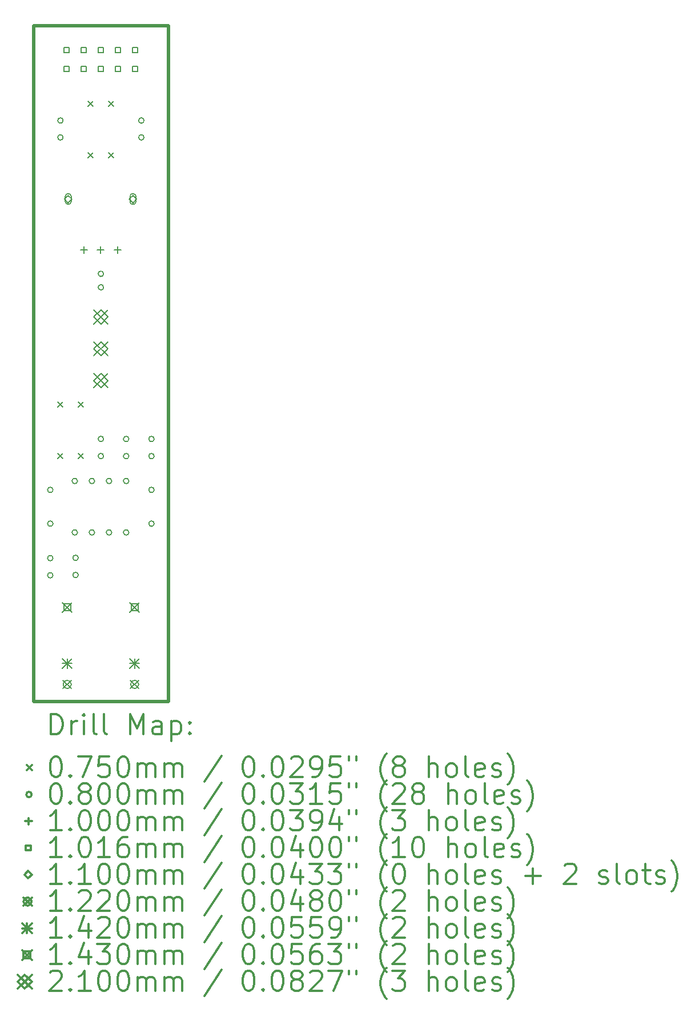
<source format=gbr>
%FSLAX45Y45*%
G04 Gerber Fmt 4.5, Leading zero omitted, Abs format (unit mm)*
G04 Created by KiCad (PCBNEW (5.1.10)-1) date 2021-10-20 10:43:21*
%MOMM*%
%LPD*%
G01*
G04 APERTURE LIST*
%TA.AperFunction,Profile*%
%ADD10C,0.500000*%
%TD*%
%ADD11C,0.200000*%
%ADD12C,0.300000*%
G04 APERTURE END LIST*
D10*
X1000000Y-5000000D02*
X1000000Y5000000D01*
X-1000000Y5000000D02*
X-1000000Y-5000000D01*
X-1000000Y5000000D02*
X1000000Y5000000D01*
X-1000000Y-5000000D02*
X1000000Y-5000000D01*
D11*
X-637500Y-570500D02*
X-562500Y-645500D01*
X-562500Y-570500D02*
X-637500Y-645500D01*
X-637500Y-1332500D02*
X-562500Y-1407500D01*
X-562500Y-1332500D02*
X-637500Y-1407500D01*
X-337500Y-570500D02*
X-262500Y-645500D01*
X-262500Y-570500D02*
X-337500Y-645500D01*
X-337500Y-1332500D02*
X-262500Y-1407500D01*
X-262500Y-1332500D02*
X-337500Y-1407500D01*
X-190000Y3882000D02*
X-115000Y3807000D01*
X-115000Y3882000D02*
X-190000Y3807000D01*
X-190000Y3120000D02*
X-115000Y3045000D01*
X-115000Y3120000D02*
X-190000Y3045000D01*
X112500Y3882000D02*
X187500Y3807000D01*
X187500Y3882000D02*
X112500Y3807000D01*
X112500Y3120000D02*
X187500Y3045000D01*
X187500Y3120000D02*
X112500Y3045000D01*
X-710000Y-1870000D02*
G75*
G03*
X-710000Y-1870000I-40000J0D01*
G01*
X-710000Y-2370000D02*
G75*
G03*
X-710000Y-2370000I-40000J0D01*
G01*
X-710000Y-2880000D02*
G75*
G03*
X-710000Y-2880000I-40000J0D01*
G01*
X-710000Y-3134000D02*
G75*
G03*
X-710000Y-3134000I-40000J0D01*
G01*
X-560000Y3600000D02*
G75*
G03*
X-560000Y3600000I-40000J0D01*
G01*
X-560000Y3350000D02*
G75*
G03*
X-560000Y3350000I-40000J0D01*
G01*
X-347000Y-1738000D02*
G75*
G03*
X-347000Y-1738000I-40000J0D01*
G01*
X-347000Y-2500000D02*
G75*
G03*
X-347000Y-2500000I-40000J0D01*
G01*
X-335000Y-2876000D02*
G75*
G03*
X-335000Y-2876000I-40000J0D01*
G01*
X-335000Y-3130000D02*
G75*
G03*
X-335000Y-3130000I-40000J0D01*
G01*
X-93000Y-1738000D02*
G75*
G03*
X-93000Y-1738000I-40000J0D01*
G01*
X-93000Y-2500000D02*
G75*
G03*
X-93000Y-2500000I-40000J0D01*
G01*
X40000Y1330000D02*
G75*
G03*
X40000Y1330000I-40000J0D01*
G01*
X40000Y1130000D02*
G75*
G03*
X40000Y1130000I-40000J0D01*
G01*
X40000Y-1116000D02*
G75*
G03*
X40000Y-1116000I-40000J0D01*
G01*
X40000Y-1370000D02*
G75*
G03*
X40000Y-1370000I-40000J0D01*
G01*
X161000Y-1738000D02*
G75*
G03*
X161000Y-1738000I-40000J0D01*
G01*
X161000Y-2500000D02*
G75*
G03*
X161000Y-2500000I-40000J0D01*
G01*
X415000Y-1116000D02*
G75*
G03*
X415000Y-1116000I-40000J0D01*
G01*
X415000Y-1370000D02*
G75*
G03*
X415000Y-1370000I-40000J0D01*
G01*
X415000Y-1738000D02*
G75*
G03*
X415000Y-1738000I-40000J0D01*
G01*
X415000Y-2500000D02*
G75*
G03*
X415000Y-2500000I-40000J0D01*
G01*
X640000Y3600000D02*
G75*
G03*
X640000Y3600000I-40000J0D01*
G01*
X640000Y3350000D02*
G75*
G03*
X640000Y3350000I-40000J0D01*
G01*
X790000Y-1116000D02*
G75*
G03*
X790000Y-1116000I-40000J0D01*
G01*
X790000Y-1370000D02*
G75*
G03*
X790000Y-1370000I-40000J0D01*
G01*
X790000Y-1870000D02*
G75*
G03*
X790000Y-1870000I-40000J0D01*
G01*
X790000Y-2370000D02*
G75*
G03*
X790000Y-2370000I-40000J0D01*
G01*
X-254000Y1738000D02*
X-254000Y1638000D01*
X-304000Y1688000D02*
X-204000Y1688000D01*
X-4000Y1738000D02*
X-4000Y1638000D01*
X-54000Y1688000D02*
X46000Y1688000D01*
X246000Y1738000D02*
X246000Y1638000D01*
X196000Y1688000D02*
X296000Y1688000D01*
X-473079Y4606479D02*
X-473079Y4678321D01*
X-544921Y4678321D01*
X-544921Y4606479D01*
X-473079Y4606479D01*
X-473079Y4327079D02*
X-473079Y4398921D01*
X-544921Y4398921D01*
X-544921Y4327079D01*
X-473079Y4327079D01*
X-219079Y4606479D02*
X-219079Y4678321D01*
X-290921Y4678321D01*
X-290921Y4606479D01*
X-219079Y4606479D01*
X-219079Y4327079D02*
X-219079Y4398921D01*
X-290921Y4398921D01*
X-290921Y4327079D01*
X-219079Y4327079D01*
X34921Y4606479D02*
X34921Y4678321D01*
X-36921Y4678321D01*
X-36921Y4606479D01*
X34921Y4606479D01*
X34921Y4327079D02*
X34921Y4398921D01*
X-36921Y4398921D01*
X-36921Y4327079D01*
X34921Y4327079D01*
X288921Y4606479D02*
X288921Y4678321D01*
X217079Y4678321D01*
X217079Y4606479D01*
X288921Y4606479D01*
X288921Y4327079D02*
X288921Y4398921D01*
X217079Y4398921D01*
X217079Y4327079D01*
X288921Y4327079D01*
X542921Y4606479D02*
X542921Y4678321D01*
X471079Y4678321D01*
X471079Y4606479D01*
X542921Y4606479D01*
X542921Y4327079D02*
X542921Y4398921D01*
X471079Y4398921D01*
X471079Y4327079D01*
X542921Y4327079D01*
X-484000Y2383000D02*
X-429000Y2438000D01*
X-484000Y2493000D01*
X-539000Y2438000D01*
X-484000Y2383000D01*
X-439000Y2403000D02*
X-439000Y2473000D01*
X-529000Y2403000D02*
X-529000Y2473000D01*
X-439000Y2473000D02*
G75*
G03*
X-529000Y2473000I-45000J0D01*
G01*
X-529000Y2403000D02*
G75*
G03*
X-439000Y2403000I45000J0D01*
G01*
X476000Y2383000D02*
X531000Y2438000D01*
X476000Y2493000D01*
X421000Y2438000D01*
X476000Y2383000D01*
X521000Y2403000D02*
X521000Y2473000D01*
X431000Y2403000D02*
X431000Y2473000D01*
X521000Y2473000D02*
G75*
G03*
X431000Y2473000I-45000J0D01*
G01*
X431000Y2403000D02*
G75*
G03*
X521000Y2403000I45000J0D01*
G01*
X-561000Y-4689000D02*
X-439000Y-4811000D01*
X-439000Y-4689000D02*
X-561000Y-4811000D01*
X-439000Y-4750000D02*
G75*
G03*
X-439000Y-4750000I-61000J0D01*
G01*
X439000Y-4689000D02*
X561000Y-4811000D01*
X561000Y-4689000D02*
X439000Y-4811000D01*
X561000Y-4750000D02*
G75*
G03*
X561000Y-4750000I-61000J0D01*
G01*
X-571000Y-4369000D02*
X-429000Y-4511000D01*
X-429000Y-4369000D02*
X-571000Y-4511000D01*
X-500000Y-4369000D02*
X-500000Y-4511000D01*
X-571000Y-4440000D02*
X-429000Y-4440000D01*
X429000Y-4369000D02*
X571000Y-4511000D01*
X571000Y-4369000D02*
X429000Y-4511000D01*
X500000Y-4369000D02*
X500000Y-4511000D01*
X429000Y-4440000D02*
X571000Y-4440000D01*
X-571500Y-3538500D02*
X-428500Y-3681500D01*
X-428500Y-3538500D02*
X-571500Y-3681500D01*
X-449441Y-3660559D02*
X-449441Y-3559441D01*
X-550559Y-3559441D01*
X-550559Y-3660559D01*
X-449441Y-3660559D01*
X428500Y-3538500D02*
X571500Y-3681500D01*
X571500Y-3538500D02*
X428500Y-3681500D01*
X550559Y-3660559D02*
X550559Y-3559441D01*
X449441Y-3559441D01*
X449441Y-3660559D01*
X550559Y-3660559D01*
X-105000Y795000D02*
X105000Y585000D01*
X105000Y795000D02*
X-105000Y585000D01*
X0Y585000D02*
X105000Y690000D01*
X0Y795000D01*
X-105000Y690000D01*
X0Y585000D01*
X-105000Y325000D02*
X105000Y115000D01*
X105000Y325000D02*
X-105000Y115000D01*
X0Y115000D02*
X105000Y220000D01*
X0Y325000D01*
X-105000Y220000D01*
X0Y115000D01*
X-105000Y-145000D02*
X105000Y-355000D01*
X105000Y-145000D02*
X-105000Y-355000D01*
X0Y-355000D02*
X105000Y-250000D01*
X0Y-145000D01*
X-105000Y-250000D01*
X0Y-355000D01*
D12*
X-738571Y-5490714D02*
X-738571Y-5190714D01*
X-667143Y-5190714D01*
X-624286Y-5205000D01*
X-595714Y-5233572D01*
X-581429Y-5262143D01*
X-567143Y-5319286D01*
X-567143Y-5362143D01*
X-581429Y-5419286D01*
X-595714Y-5447857D01*
X-624286Y-5476429D01*
X-667143Y-5490714D01*
X-738571Y-5490714D01*
X-438571Y-5490714D02*
X-438571Y-5290714D01*
X-438571Y-5347857D02*
X-424286Y-5319286D01*
X-410000Y-5305000D01*
X-381429Y-5290714D01*
X-352857Y-5290714D01*
X-252857Y-5490714D02*
X-252857Y-5290714D01*
X-252857Y-5190714D02*
X-267143Y-5205000D01*
X-252857Y-5219286D01*
X-238571Y-5205000D01*
X-252857Y-5190714D01*
X-252857Y-5219286D01*
X-67143Y-5490714D02*
X-95714Y-5476429D01*
X-110000Y-5447857D01*
X-110000Y-5190714D01*
X90000Y-5490714D02*
X61428Y-5476429D01*
X47143Y-5447857D01*
X47143Y-5190714D01*
X432857Y-5490714D02*
X432857Y-5190714D01*
X532857Y-5405000D01*
X632857Y-5190714D01*
X632857Y-5490714D01*
X904286Y-5490714D02*
X904286Y-5333572D01*
X890000Y-5305000D01*
X861428Y-5290714D01*
X804286Y-5290714D01*
X775714Y-5305000D01*
X904286Y-5476429D02*
X875714Y-5490714D01*
X804286Y-5490714D01*
X775714Y-5476429D01*
X761428Y-5447857D01*
X761428Y-5419286D01*
X775714Y-5390714D01*
X804286Y-5376429D01*
X875714Y-5376429D01*
X904286Y-5362143D01*
X1047143Y-5290714D02*
X1047143Y-5590714D01*
X1047143Y-5305000D02*
X1075714Y-5290714D01*
X1132857Y-5290714D01*
X1161428Y-5305000D01*
X1175714Y-5319286D01*
X1190000Y-5347857D01*
X1190000Y-5433572D01*
X1175714Y-5462143D01*
X1161428Y-5476429D01*
X1132857Y-5490714D01*
X1075714Y-5490714D01*
X1047143Y-5476429D01*
X1318571Y-5462143D02*
X1332857Y-5476429D01*
X1318571Y-5490714D01*
X1304286Y-5476429D01*
X1318571Y-5462143D01*
X1318571Y-5490714D01*
X1318571Y-5305000D02*
X1332857Y-5319286D01*
X1318571Y-5333572D01*
X1304286Y-5319286D01*
X1318571Y-5305000D01*
X1318571Y-5333572D01*
X-1100000Y-5947500D02*
X-1025000Y-6022500D01*
X-1025000Y-5947500D02*
X-1100000Y-6022500D01*
X-681429Y-5820714D02*
X-652857Y-5820714D01*
X-624286Y-5835000D01*
X-610000Y-5849286D01*
X-595714Y-5877857D01*
X-581429Y-5935000D01*
X-581429Y-6006429D01*
X-595714Y-6063571D01*
X-610000Y-6092143D01*
X-624286Y-6106429D01*
X-652857Y-6120714D01*
X-681429Y-6120714D01*
X-710000Y-6106429D01*
X-724286Y-6092143D01*
X-738571Y-6063571D01*
X-752857Y-6006429D01*
X-752857Y-5935000D01*
X-738571Y-5877857D01*
X-724286Y-5849286D01*
X-710000Y-5835000D01*
X-681429Y-5820714D01*
X-452857Y-6092143D02*
X-438571Y-6106429D01*
X-452857Y-6120714D01*
X-467143Y-6106429D01*
X-452857Y-6092143D01*
X-452857Y-6120714D01*
X-338572Y-5820714D02*
X-138572Y-5820714D01*
X-267143Y-6120714D01*
X118571Y-5820714D02*
X-24286Y-5820714D01*
X-38572Y-5963571D01*
X-24286Y-5949286D01*
X4286Y-5935000D01*
X75714Y-5935000D01*
X104286Y-5949286D01*
X118571Y-5963571D01*
X132857Y-5992143D01*
X132857Y-6063571D01*
X118571Y-6092143D01*
X104286Y-6106429D01*
X75714Y-6120714D01*
X4286Y-6120714D01*
X-24286Y-6106429D01*
X-38572Y-6092143D01*
X318571Y-5820714D02*
X347143Y-5820714D01*
X375714Y-5835000D01*
X390000Y-5849286D01*
X404286Y-5877857D01*
X418571Y-5935000D01*
X418571Y-6006429D01*
X404286Y-6063571D01*
X390000Y-6092143D01*
X375714Y-6106429D01*
X347143Y-6120714D01*
X318571Y-6120714D01*
X290000Y-6106429D01*
X275714Y-6092143D01*
X261428Y-6063571D01*
X247143Y-6006429D01*
X247143Y-5935000D01*
X261428Y-5877857D01*
X275714Y-5849286D01*
X290000Y-5835000D01*
X318571Y-5820714D01*
X547143Y-6120714D02*
X547143Y-5920714D01*
X547143Y-5949286D02*
X561428Y-5935000D01*
X590000Y-5920714D01*
X632857Y-5920714D01*
X661428Y-5935000D01*
X675714Y-5963571D01*
X675714Y-6120714D01*
X675714Y-5963571D02*
X690000Y-5935000D01*
X718571Y-5920714D01*
X761428Y-5920714D01*
X790000Y-5935000D01*
X804286Y-5963571D01*
X804286Y-6120714D01*
X947143Y-6120714D02*
X947143Y-5920714D01*
X947143Y-5949286D02*
X961428Y-5935000D01*
X990000Y-5920714D01*
X1032857Y-5920714D01*
X1061428Y-5935000D01*
X1075714Y-5963571D01*
X1075714Y-6120714D01*
X1075714Y-5963571D02*
X1090000Y-5935000D01*
X1118571Y-5920714D01*
X1161428Y-5920714D01*
X1190000Y-5935000D01*
X1204286Y-5963571D01*
X1204286Y-6120714D01*
X1790000Y-5806429D02*
X1532857Y-6192143D01*
X2175714Y-5820714D02*
X2204286Y-5820714D01*
X2232857Y-5835000D01*
X2247143Y-5849286D01*
X2261428Y-5877857D01*
X2275714Y-5935000D01*
X2275714Y-6006429D01*
X2261428Y-6063571D01*
X2247143Y-6092143D01*
X2232857Y-6106429D01*
X2204286Y-6120714D01*
X2175714Y-6120714D01*
X2147143Y-6106429D01*
X2132857Y-6092143D01*
X2118571Y-6063571D01*
X2104286Y-6006429D01*
X2104286Y-5935000D01*
X2118571Y-5877857D01*
X2132857Y-5849286D01*
X2147143Y-5835000D01*
X2175714Y-5820714D01*
X2404286Y-6092143D02*
X2418571Y-6106429D01*
X2404286Y-6120714D01*
X2390000Y-6106429D01*
X2404286Y-6092143D01*
X2404286Y-6120714D01*
X2604286Y-5820714D02*
X2632857Y-5820714D01*
X2661428Y-5835000D01*
X2675714Y-5849286D01*
X2690000Y-5877857D01*
X2704286Y-5935000D01*
X2704286Y-6006429D01*
X2690000Y-6063571D01*
X2675714Y-6092143D01*
X2661428Y-6106429D01*
X2632857Y-6120714D01*
X2604286Y-6120714D01*
X2575714Y-6106429D01*
X2561428Y-6092143D01*
X2547143Y-6063571D01*
X2532857Y-6006429D01*
X2532857Y-5935000D01*
X2547143Y-5877857D01*
X2561428Y-5849286D01*
X2575714Y-5835000D01*
X2604286Y-5820714D01*
X2818571Y-5849286D02*
X2832857Y-5835000D01*
X2861428Y-5820714D01*
X2932857Y-5820714D01*
X2961428Y-5835000D01*
X2975714Y-5849286D01*
X2990000Y-5877857D01*
X2990000Y-5906429D01*
X2975714Y-5949286D01*
X2804286Y-6120714D01*
X2990000Y-6120714D01*
X3132857Y-6120714D02*
X3190000Y-6120714D01*
X3218571Y-6106429D01*
X3232857Y-6092143D01*
X3261428Y-6049286D01*
X3275714Y-5992143D01*
X3275714Y-5877857D01*
X3261428Y-5849286D01*
X3247143Y-5835000D01*
X3218571Y-5820714D01*
X3161428Y-5820714D01*
X3132857Y-5835000D01*
X3118571Y-5849286D01*
X3104286Y-5877857D01*
X3104286Y-5949286D01*
X3118571Y-5977857D01*
X3132857Y-5992143D01*
X3161428Y-6006429D01*
X3218571Y-6006429D01*
X3247143Y-5992143D01*
X3261428Y-5977857D01*
X3275714Y-5949286D01*
X3547143Y-5820714D02*
X3404286Y-5820714D01*
X3390000Y-5963571D01*
X3404286Y-5949286D01*
X3432857Y-5935000D01*
X3504286Y-5935000D01*
X3532857Y-5949286D01*
X3547143Y-5963571D01*
X3561428Y-5992143D01*
X3561428Y-6063571D01*
X3547143Y-6092143D01*
X3532857Y-6106429D01*
X3504286Y-6120714D01*
X3432857Y-6120714D01*
X3404286Y-6106429D01*
X3390000Y-6092143D01*
X3675714Y-5820714D02*
X3675714Y-5877857D01*
X3790000Y-5820714D02*
X3790000Y-5877857D01*
X4232857Y-6235000D02*
X4218571Y-6220714D01*
X4190000Y-6177857D01*
X4175714Y-6149286D01*
X4161428Y-6106429D01*
X4147143Y-6035000D01*
X4147143Y-5977857D01*
X4161428Y-5906429D01*
X4175714Y-5863571D01*
X4190000Y-5835000D01*
X4218571Y-5792143D01*
X4232857Y-5777857D01*
X4390000Y-5949286D02*
X4361428Y-5935000D01*
X4347143Y-5920714D01*
X4332857Y-5892143D01*
X4332857Y-5877857D01*
X4347143Y-5849286D01*
X4361428Y-5835000D01*
X4390000Y-5820714D01*
X4447143Y-5820714D01*
X4475714Y-5835000D01*
X4490000Y-5849286D01*
X4504286Y-5877857D01*
X4504286Y-5892143D01*
X4490000Y-5920714D01*
X4475714Y-5935000D01*
X4447143Y-5949286D01*
X4390000Y-5949286D01*
X4361428Y-5963571D01*
X4347143Y-5977857D01*
X4332857Y-6006429D01*
X4332857Y-6063571D01*
X4347143Y-6092143D01*
X4361428Y-6106429D01*
X4390000Y-6120714D01*
X4447143Y-6120714D01*
X4475714Y-6106429D01*
X4490000Y-6092143D01*
X4504286Y-6063571D01*
X4504286Y-6006429D01*
X4490000Y-5977857D01*
X4475714Y-5963571D01*
X4447143Y-5949286D01*
X4861428Y-6120714D02*
X4861428Y-5820714D01*
X4990000Y-6120714D02*
X4990000Y-5963571D01*
X4975714Y-5935000D01*
X4947143Y-5920714D01*
X4904286Y-5920714D01*
X4875714Y-5935000D01*
X4861428Y-5949286D01*
X5175714Y-6120714D02*
X5147143Y-6106429D01*
X5132857Y-6092143D01*
X5118571Y-6063571D01*
X5118571Y-5977857D01*
X5132857Y-5949286D01*
X5147143Y-5935000D01*
X5175714Y-5920714D01*
X5218571Y-5920714D01*
X5247143Y-5935000D01*
X5261428Y-5949286D01*
X5275714Y-5977857D01*
X5275714Y-6063571D01*
X5261428Y-6092143D01*
X5247143Y-6106429D01*
X5218571Y-6120714D01*
X5175714Y-6120714D01*
X5447143Y-6120714D02*
X5418571Y-6106429D01*
X5404286Y-6077857D01*
X5404286Y-5820714D01*
X5675714Y-6106429D02*
X5647143Y-6120714D01*
X5590000Y-6120714D01*
X5561428Y-6106429D01*
X5547143Y-6077857D01*
X5547143Y-5963571D01*
X5561428Y-5935000D01*
X5590000Y-5920714D01*
X5647143Y-5920714D01*
X5675714Y-5935000D01*
X5690000Y-5963571D01*
X5690000Y-5992143D01*
X5547143Y-6020714D01*
X5804286Y-6106429D02*
X5832857Y-6120714D01*
X5890000Y-6120714D01*
X5918571Y-6106429D01*
X5932857Y-6077857D01*
X5932857Y-6063571D01*
X5918571Y-6035000D01*
X5890000Y-6020714D01*
X5847143Y-6020714D01*
X5818571Y-6006429D01*
X5804286Y-5977857D01*
X5804286Y-5963571D01*
X5818571Y-5935000D01*
X5847143Y-5920714D01*
X5890000Y-5920714D01*
X5918571Y-5935000D01*
X6032857Y-6235000D02*
X6047143Y-6220714D01*
X6075714Y-6177857D01*
X6090000Y-6149286D01*
X6104286Y-6106429D01*
X6118571Y-6035000D01*
X6118571Y-5977857D01*
X6104286Y-5906429D01*
X6090000Y-5863571D01*
X6075714Y-5835000D01*
X6047143Y-5792143D01*
X6032857Y-5777857D01*
X-1025000Y-6381000D02*
G75*
G03*
X-1025000Y-6381000I-40000J0D01*
G01*
X-681429Y-6216714D02*
X-652857Y-6216714D01*
X-624286Y-6231000D01*
X-610000Y-6245286D01*
X-595714Y-6273857D01*
X-581429Y-6331000D01*
X-581429Y-6402429D01*
X-595714Y-6459571D01*
X-610000Y-6488143D01*
X-624286Y-6502429D01*
X-652857Y-6516714D01*
X-681429Y-6516714D01*
X-710000Y-6502429D01*
X-724286Y-6488143D01*
X-738571Y-6459571D01*
X-752857Y-6402429D01*
X-752857Y-6331000D01*
X-738571Y-6273857D01*
X-724286Y-6245286D01*
X-710000Y-6231000D01*
X-681429Y-6216714D01*
X-452857Y-6488143D02*
X-438571Y-6502429D01*
X-452857Y-6516714D01*
X-467143Y-6502429D01*
X-452857Y-6488143D01*
X-452857Y-6516714D01*
X-267143Y-6345286D02*
X-295714Y-6331000D01*
X-310000Y-6316714D01*
X-324286Y-6288143D01*
X-324286Y-6273857D01*
X-310000Y-6245286D01*
X-295714Y-6231000D01*
X-267143Y-6216714D01*
X-210000Y-6216714D01*
X-181429Y-6231000D01*
X-167143Y-6245286D01*
X-152857Y-6273857D01*
X-152857Y-6288143D01*
X-167143Y-6316714D01*
X-181429Y-6331000D01*
X-210000Y-6345286D01*
X-267143Y-6345286D01*
X-295714Y-6359571D01*
X-310000Y-6373857D01*
X-324286Y-6402429D01*
X-324286Y-6459571D01*
X-310000Y-6488143D01*
X-295714Y-6502429D01*
X-267143Y-6516714D01*
X-210000Y-6516714D01*
X-181429Y-6502429D01*
X-167143Y-6488143D01*
X-152857Y-6459571D01*
X-152857Y-6402429D01*
X-167143Y-6373857D01*
X-181429Y-6359571D01*
X-210000Y-6345286D01*
X32857Y-6216714D02*
X61428Y-6216714D01*
X90000Y-6231000D01*
X104286Y-6245286D01*
X118571Y-6273857D01*
X132857Y-6331000D01*
X132857Y-6402429D01*
X118571Y-6459571D01*
X104286Y-6488143D01*
X90000Y-6502429D01*
X61428Y-6516714D01*
X32857Y-6516714D01*
X4286Y-6502429D01*
X-10000Y-6488143D01*
X-24286Y-6459571D01*
X-38572Y-6402429D01*
X-38572Y-6331000D01*
X-24286Y-6273857D01*
X-10000Y-6245286D01*
X4286Y-6231000D01*
X32857Y-6216714D01*
X318571Y-6216714D02*
X347143Y-6216714D01*
X375714Y-6231000D01*
X390000Y-6245286D01*
X404286Y-6273857D01*
X418571Y-6331000D01*
X418571Y-6402429D01*
X404286Y-6459571D01*
X390000Y-6488143D01*
X375714Y-6502429D01*
X347143Y-6516714D01*
X318571Y-6516714D01*
X290000Y-6502429D01*
X275714Y-6488143D01*
X261428Y-6459571D01*
X247143Y-6402429D01*
X247143Y-6331000D01*
X261428Y-6273857D01*
X275714Y-6245286D01*
X290000Y-6231000D01*
X318571Y-6216714D01*
X547143Y-6516714D02*
X547143Y-6316714D01*
X547143Y-6345286D02*
X561428Y-6331000D01*
X590000Y-6316714D01*
X632857Y-6316714D01*
X661428Y-6331000D01*
X675714Y-6359571D01*
X675714Y-6516714D01*
X675714Y-6359571D02*
X690000Y-6331000D01*
X718571Y-6316714D01*
X761428Y-6316714D01*
X790000Y-6331000D01*
X804286Y-6359571D01*
X804286Y-6516714D01*
X947143Y-6516714D02*
X947143Y-6316714D01*
X947143Y-6345286D02*
X961428Y-6331000D01*
X990000Y-6316714D01*
X1032857Y-6316714D01*
X1061428Y-6331000D01*
X1075714Y-6359571D01*
X1075714Y-6516714D01*
X1075714Y-6359571D02*
X1090000Y-6331000D01*
X1118571Y-6316714D01*
X1161428Y-6316714D01*
X1190000Y-6331000D01*
X1204286Y-6359571D01*
X1204286Y-6516714D01*
X1790000Y-6202429D02*
X1532857Y-6588143D01*
X2175714Y-6216714D02*
X2204286Y-6216714D01*
X2232857Y-6231000D01*
X2247143Y-6245286D01*
X2261428Y-6273857D01*
X2275714Y-6331000D01*
X2275714Y-6402429D01*
X2261428Y-6459571D01*
X2247143Y-6488143D01*
X2232857Y-6502429D01*
X2204286Y-6516714D01*
X2175714Y-6516714D01*
X2147143Y-6502429D01*
X2132857Y-6488143D01*
X2118571Y-6459571D01*
X2104286Y-6402429D01*
X2104286Y-6331000D01*
X2118571Y-6273857D01*
X2132857Y-6245286D01*
X2147143Y-6231000D01*
X2175714Y-6216714D01*
X2404286Y-6488143D02*
X2418571Y-6502429D01*
X2404286Y-6516714D01*
X2390000Y-6502429D01*
X2404286Y-6488143D01*
X2404286Y-6516714D01*
X2604286Y-6216714D02*
X2632857Y-6216714D01*
X2661428Y-6231000D01*
X2675714Y-6245286D01*
X2690000Y-6273857D01*
X2704286Y-6331000D01*
X2704286Y-6402429D01*
X2690000Y-6459571D01*
X2675714Y-6488143D01*
X2661428Y-6502429D01*
X2632857Y-6516714D01*
X2604286Y-6516714D01*
X2575714Y-6502429D01*
X2561428Y-6488143D01*
X2547143Y-6459571D01*
X2532857Y-6402429D01*
X2532857Y-6331000D01*
X2547143Y-6273857D01*
X2561428Y-6245286D01*
X2575714Y-6231000D01*
X2604286Y-6216714D01*
X2804286Y-6216714D02*
X2990000Y-6216714D01*
X2890000Y-6331000D01*
X2932857Y-6331000D01*
X2961428Y-6345286D01*
X2975714Y-6359571D01*
X2990000Y-6388143D01*
X2990000Y-6459571D01*
X2975714Y-6488143D01*
X2961428Y-6502429D01*
X2932857Y-6516714D01*
X2847143Y-6516714D01*
X2818571Y-6502429D01*
X2804286Y-6488143D01*
X3275714Y-6516714D02*
X3104286Y-6516714D01*
X3190000Y-6516714D02*
X3190000Y-6216714D01*
X3161428Y-6259571D01*
X3132857Y-6288143D01*
X3104286Y-6302429D01*
X3547143Y-6216714D02*
X3404286Y-6216714D01*
X3390000Y-6359571D01*
X3404286Y-6345286D01*
X3432857Y-6331000D01*
X3504286Y-6331000D01*
X3532857Y-6345286D01*
X3547143Y-6359571D01*
X3561428Y-6388143D01*
X3561428Y-6459571D01*
X3547143Y-6488143D01*
X3532857Y-6502429D01*
X3504286Y-6516714D01*
X3432857Y-6516714D01*
X3404286Y-6502429D01*
X3390000Y-6488143D01*
X3675714Y-6216714D02*
X3675714Y-6273857D01*
X3790000Y-6216714D02*
X3790000Y-6273857D01*
X4232857Y-6631000D02*
X4218571Y-6616714D01*
X4190000Y-6573857D01*
X4175714Y-6545286D01*
X4161428Y-6502429D01*
X4147143Y-6431000D01*
X4147143Y-6373857D01*
X4161428Y-6302429D01*
X4175714Y-6259571D01*
X4190000Y-6231000D01*
X4218571Y-6188143D01*
X4232857Y-6173857D01*
X4332857Y-6245286D02*
X4347143Y-6231000D01*
X4375714Y-6216714D01*
X4447143Y-6216714D01*
X4475714Y-6231000D01*
X4490000Y-6245286D01*
X4504286Y-6273857D01*
X4504286Y-6302429D01*
X4490000Y-6345286D01*
X4318571Y-6516714D01*
X4504286Y-6516714D01*
X4675714Y-6345286D02*
X4647143Y-6331000D01*
X4632857Y-6316714D01*
X4618571Y-6288143D01*
X4618571Y-6273857D01*
X4632857Y-6245286D01*
X4647143Y-6231000D01*
X4675714Y-6216714D01*
X4732857Y-6216714D01*
X4761428Y-6231000D01*
X4775714Y-6245286D01*
X4790000Y-6273857D01*
X4790000Y-6288143D01*
X4775714Y-6316714D01*
X4761428Y-6331000D01*
X4732857Y-6345286D01*
X4675714Y-6345286D01*
X4647143Y-6359571D01*
X4632857Y-6373857D01*
X4618571Y-6402429D01*
X4618571Y-6459571D01*
X4632857Y-6488143D01*
X4647143Y-6502429D01*
X4675714Y-6516714D01*
X4732857Y-6516714D01*
X4761428Y-6502429D01*
X4775714Y-6488143D01*
X4790000Y-6459571D01*
X4790000Y-6402429D01*
X4775714Y-6373857D01*
X4761428Y-6359571D01*
X4732857Y-6345286D01*
X5147143Y-6516714D02*
X5147143Y-6216714D01*
X5275714Y-6516714D02*
X5275714Y-6359571D01*
X5261428Y-6331000D01*
X5232857Y-6316714D01*
X5190000Y-6316714D01*
X5161428Y-6331000D01*
X5147143Y-6345286D01*
X5461428Y-6516714D02*
X5432857Y-6502429D01*
X5418571Y-6488143D01*
X5404286Y-6459571D01*
X5404286Y-6373857D01*
X5418571Y-6345286D01*
X5432857Y-6331000D01*
X5461428Y-6316714D01*
X5504286Y-6316714D01*
X5532857Y-6331000D01*
X5547143Y-6345286D01*
X5561428Y-6373857D01*
X5561428Y-6459571D01*
X5547143Y-6488143D01*
X5532857Y-6502429D01*
X5504286Y-6516714D01*
X5461428Y-6516714D01*
X5732857Y-6516714D02*
X5704286Y-6502429D01*
X5690000Y-6473857D01*
X5690000Y-6216714D01*
X5961428Y-6502429D02*
X5932857Y-6516714D01*
X5875714Y-6516714D01*
X5847143Y-6502429D01*
X5832857Y-6473857D01*
X5832857Y-6359571D01*
X5847143Y-6331000D01*
X5875714Y-6316714D01*
X5932857Y-6316714D01*
X5961428Y-6331000D01*
X5975714Y-6359571D01*
X5975714Y-6388143D01*
X5832857Y-6416714D01*
X6090000Y-6502429D02*
X6118571Y-6516714D01*
X6175714Y-6516714D01*
X6204286Y-6502429D01*
X6218571Y-6473857D01*
X6218571Y-6459571D01*
X6204286Y-6431000D01*
X6175714Y-6416714D01*
X6132857Y-6416714D01*
X6104286Y-6402429D01*
X6090000Y-6373857D01*
X6090000Y-6359571D01*
X6104286Y-6331000D01*
X6132857Y-6316714D01*
X6175714Y-6316714D01*
X6204286Y-6331000D01*
X6318571Y-6631000D02*
X6332857Y-6616714D01*
X6361428Y-6573857D01*
X6375714Y-6545286D01*
X6390000Y-6502429D01*
X6404286Y-6431000D01*
X6404286Y-6373857D01*
X6390000Y-6302429D01*
X6375714Y-6259571D01*
X6361428Y-6231000D01*
X6332857Y-6188143D01*
X6318571Y-6173857D01*
X-1075000Y-6727000D02*
X-1075000Y-6827000D01*
X-1125000Y-6777000D02*
X-1025000Y-6777000D01*
X-581429Y-6912714D02*
X-752857Y-6912714D01*
X-667143Y-6912714D02*
X-667143Y-6612714D01*
X-695714Y-6655571D01*
X-724286Y-6684143D01*
X-752857Y-6698429D01*
X-452857Y-6884143D02*
X-438571Y-6898429D01*
X-452857Y-6912714D01*
X-467143Y-6898429D01*
X-452857Y-6884143D01*
X-452857Y-6912714D01*
X-252857Y-6612714D02*
X-224286Y-6612714D01*
X-195714Y-6627000D01*
X-181429Y-6641286D01*
X-167143Y-6669857D01*
X-152857Y-6727000D01*
X-152857Y-6798429D01*
X-167143Y-6855571D01*
X-181429Y-6884143D01*
X-195714Y-6898429D01*
X-224286Y-6912714D01*
X-252857Y-6912714D01*
X-281429Y-6898429D01*
X-295714Y-6884143D01*
X-310000Y-6855571D01*
X-324286Y-6798429D01*
X-324286Y-6727000D01*
X-310000Y-6669857D01*
X-295714Y-6641286D01*
X-281429Y-6627000D01*
X-252857Y-6612714D01*
X32857Y-6612714D02*
X61428Y-6612714D01*
X90000Y-6627000D01*
X104286Y-6641286D01*
X118571Y-6669857D01*
X132857Y-6727000D01*
X132857Y-6798429D01*
X118571Y-6855571D01*
X104286Y-6884143D01*
X90000Y-6898429D01*
X61428Y-6912714D01*
X32857Y-6912714D01*
X4286Y-6898429D01*
X-10000Y-6884143D01*
X-24286Y-6855571D01*
X-38572Y-6798429D01*
X-38572Y-6727000D01*
X-24286Y-6669857D01*
X-10000Y-6641286D01*
X4286Y-6627000D01*
X32857Y-6612714D01*
X318571Y-6612714D02*
X347143Y-6612714D01*
X375714Y-6627000D01*
X390000Y-6641286D01*
X404286Y-6669857D01*
X418571Y-6727000D01*
X418571Y-6798429D01*
X404286Y-6855571D01*
X390000Y-6884143D01*
X375714Y-6898429D01*
X347143Y-6912714D01*
X318571Y-6912714D01*
X290000Y-6898429D01*
X275714Y-6884143D01*
X261428Y-6855571D01*
X247143Y-6798429D01*
X247143Y-6727000D01*
X261428Y-6669857D01*
X275714Y-6641286D01*
X290000Y-6627000D01*
X318571Y-6612714D01*
X547143Y-6912714D02*
X547143Y-6712714D01*
X547143Y-6741286D02*
X561428Y-6727000D01*
X590000Y-6712714D01*
X632857Y-6712714D01*
X661428Y-6727000D01*
X675714Y-6755571D01*
X675714Y-6912714D01*
X675714Y-6755571D02*
X690000Y-6727000D01*
X718571Y-6712714D01*
X761428Y-6712714D01*
X790000Y-6727000D01*
X804286Y-6755571D01*
X804286Y-6912714D01*
X947143Y-6912714D02*
X947143Y-6712714D01*
X947143Y-6741286D02*
X961428Y-6727000D01*
X990000Y-6712714D01*
X1032857Y-6712714D01*
X1061428Y-6727000D01*
X1075714Y-6755571D01*
X1075714Y-6912714D01*
X1075714Y-6755571D02*
X1090000Y-6727000D01*
X1118571Y-6712714D01*
X1161428Y-6712714D01*
X1190000Y-6727000D01*
X1204286Y-6755571D01*
X1204286Y-6912714D01*
X1790000Y-6598429D02*
X1532857Y-6984143D01*
X2175714Y-6612714D02*
X2204286Y-6612714D01*
X2232857Y-6627000D01*
X2247143Y-6641286D01*
X2261428Y-6669857D01*
X2275714Y-6727000D01*
X2275714Y-6798429D01*
X2261428Y-6855571D01*
X2247143Y-6884143D01*
X2232857Y-6898429D01*
X2204286Y-6912714D01*
X2175714Y-6912714D01*
X2147143Y-6898429D01*
X2132857Y-6884143D01*
X2118571Y-6855571D01*
X2104286Y-6798429D01*
X2104286Y-6727000D01*
X2118571Y-6669857D01*
X2132857Y-6641286D01*
X2147143Y-6627000D01*
X2175714Y-6612714D01*
X2404286Y-6884143D02*
X2418571Y-6898429D01*
X2404286Y-6912714D01*
X2390000Y-6898429D01*
X2404286Y-6884143D01*
X2404286Y-6912714D01*
X2604286Y-6612714D02*
X2632857Y-6612714D01*
X2661428Y-6627000D01*
X2675714Y-6641286D01*
X2690000Y-6669857D01*
X2704286Y-6727000D01*
X2704286Y-6798429D01*
X2690000Y-6855571D01*
X2675714Y-6884143D01*
X2661428Y-6898429D01*
X2632857Y-6912714D01*
X2604286Y-6912714D01*
X2575714Y-6898429D01*
X2561428Y-6884143D01*
X2547143Y-6855571D01*
X2532857Y-6798429D01*
X2532857Y-6727000D01*
X2547143Y-6669857D01*
X2561428Y-6641286D01*
X2575714Y-6627000D01*
X2604286Y-6612714D01*
X2804286Y-6612714D02*
X2990000Y-6612714D01*
X2890000Y-6727000D01*
X2932857Y-6727000D01*
X2961428Y-6741286D01*
X2975714Y-6755571D01*
X2990000Y-6784143D01*
X2990000Y-6855571D01*
X2975714Y-6884143D01*
X2961428Y-6898429D01*
X2932857Y-6912714D01*
X2847143Y-6912714D01*
X2818571Y-6898429D01*
X2804286Y-6884143D01*
X3132857Y-6912714D02*
X3190000Y-6912714D01*
X3218571Y-6898429D01*
X3232857Y-6884143D01*
X3261428Y-6841286D01*
X3275714Y-6784143D01*
X3275714Y-6669857D01*
X3261428Y-6641286D01*
X3247143Y-6627000D01*
X3218571Y-6612714D01*
X3161428Y-6612714D01*
X3132857Y-6627000D01*
X3118571Y-6641286D01*
X3104286Y-6669857D01*
X3104286Y-6741286D01*
X3118571Y-6769857D01*
X3132857Y-6784143D01*
X3161428Y-6798429D01*
X3218571Y-6798429D01*
X3247143Y-6784143D01*
X3261428Y-6769857D01*
X3275714Y-6741286D01*
X3532857Y-6712714D02*
X3532857Y-6912714D01*
X3461428Y-6598429D02*
X3390000Y-6812714D01*
X3575714Y-6812714D01*
X3675714Y-6612714D02*
X3675714Y-6669857D01*
X3790000Y-6612714D02*
X3790000Y-6669857D01*
X4232857Y-7027000D02*
X4218571Y-7012714D01*
X4190000Y-6969857D01*
X4175714Y-6941286D01*
X4161428Y-6898429D01*
X4147143Y-6827000D01*
X4147143Y-6769857D01*
X4161428Y-6698429D01*
X4175714Y-6655571D01*
X4190000Y-6627000D01*
X4218571Y-6584143D01*
X4232857Y-6569857D01*
X4318571Y-6612714D02*
X4504286Y-6612714D01*
X4404286Y-6727000D01*
X4447143Y-6727000D01*
X4475714Y-6741286D01*
X4490000Y-6755571D01*
X4504286Y-6784143D01*
X4504286Y-6855571D01*
X4490000Y-6884143D01*
X4475714Y-6898429D01*
X4447143Y-6912714D01*
X4361428Y-6912714D01*
X4332857Y-6898429D01*
X4318571Y-6884143D01*
X4861428Y-6912714D02*
X4861428Y-6612714D01*
X4990000Y-6912714D02*
X4990000Y-6755571D01*
X4975714Y-6727000D01*
X4947143Y-6712714D01*
X4904286Y-6712714D01*
X4875714Y-6727000D01*
X4861428Y-6741286D01*
X5175714Y-6912714D02*
X5147143Y-6898429D01*
X5132857Y-6884143D01*
X5118571Y-6855571D01*
X5118571Y-6769857D01*
X5132857Y-6741286D01*
X5147143Y-6727000D01*
X5175714Y-6712714D01*
X5218571Y-6712714D01*
X5247143Y-6727000D01*
X5261428Y-6741286D01*
X5275714Y-6769857D01*
X5275714Y-6855571D01*
X5261428Y-6884143D01*
X5247143Y-6898429D01*
X5218571Y-6912714D01*
X5175714Y-6912714D01*
X5447143Y-6912714D02*
X5418571Y-6898429D01*
X5404286Y-6869857D01*
X5404286Y-6612714D01*
X5675714Y-6898429D02*
X5647143Y-6912714D01*
X5590000Y-6912714D01*
X5561428Y-6898429D01*
X5547143Y-6869857D01*
X5547143Y-6755571D01*
X5561428Y-6727000D01*
X5590000Y-6712714D01*
X5647143Y-6712714D01*
X5675714Y-6727000D01*
X5690000Y-6755571D01*
X5690000Y-6784143D01*
X5547143Y-6812714D01*
X5804286Y-6898429D02*
X5832857Y-6912714D01*
X5890000Y-6912714D01*
X5918571Y-6898429D01*
X5932857Y-6869857D01*
X5932857Y-6855571D01*
X5918571Y-6827000D01*
X5890000Y-6812714D01*
X5847143Y-6812714D01*
X5818571Y-6798429D01*
X5804286Y-6769857D01*
X5804286Y-6755571D01*
X5818571Y-6727000D01*
X5847143Y-6712714D01*
X5890000Y-6712714D01*
X5918571Y-6727000D01*
X6032857Y-7027000D02*
X6047143Y-7012714D01*
X6075714Y-6969857D01*
X6090000Y-6941286D01*
X6104286Y-6898429D01*
X6118571Y-6827000D01*
X6118571Y-6769857D01*
X6104286Y-6698429D01*
X6090000Y-6655571D01*
X6075714Y-6627000D01*
X6047143Y-6584143D01*
X6032857Y-6569857D01*
X-1039879Y-7208921D02*
X-1039879Y-7137079D01*
X-1111722Y-7137079D01*
X-1111722Y-7208921D01*
X-1039879Y-7208921D01*
X-581429Y-7308714D02*
X-752857Y-7308714D01*
X-667143Y-7308714D02*
X-667143Y-7008714D01*
X-695714Y-7051571D01*
X-724286Y-7080143D01*
X-752857Y-7094429D01*
X-452857Y-7280143D02*
X-438571Y-7294429D01*
X-452857Y-7308714D01*
X-467143Y-7294429D01*
X-452857Y-7280143D01*
X-452857Y-7308714D01*
X-252857Y-7008714D02*
X-224286Y-7008714D01*
X-195714Y-7023000D01*
X-181429Y-7037286D01*
X-167143Y-7065857D01*
X-152857Y-7123000D01*
X-152857Y-7194429D01*
X-167143Y-7251571D01*
X-181429Y-7280143D01*
X-195714Y-7294429D01*
X-224286Y-7308714D01*
X-252857Y-7308714D01*
X-281429Y-7294429D01*
X-295714Y-7280143D01*
X-310000Y-7251571D01*
X-324286Y-7194429D01*
X-324286Y-7123000D01*
X-310000Y-7065857D01*
X-295714Y-7037286D01*
X-281429Y-7023000D01*
X-252857Y-7008714D01*
X132857Y-7308714D02*
X-38572Y-7308714D01*
X47143Y-7308714D02*
X47143Y-7008714D01*
X18571Y-7051571D01*
X-10000Y-7080143D01*
X-38572Y-7094429D01*
X390000Y-7008714D02*
X332857Y-7008714D01*
X304286Y-7023000D01*
X290000Y-7037286D01*
X261428Y-7080143D01*
X247143Y-7137286D01*
X247143Y-7251571D01*
X261428Y-7280143D01*
X275714Y-7294429D01*
X304286Y-7308714D01*
X361428Y-7308714D01*
X390000Y-7294429D01*
X404286Y-7280143D01*
X418571Y-7251571D01*
X418571Y-7180143D01*
X404286Y-7151571D01*
X390000Y-7137286D01*
X361428Y-7123000D01*
X304286Y-7123000D01*
X275714Y-7137286D01*
X261428Y-7151571D01*
X247143Y-7180143D01*
X547143Y-7308714D02*
X547143Y-7108714D01*
X547143Y-7137286D02*
X561428Y-7123000D01*
X590000Y-7108714D01*
X632857Y-7108714D01*
X661428Y-7123000D01*
X675714Y-7151571D01*
X675714Y-7308714D01*
X675714Y-7151571D02*
X690000Y-7123000D01*
X718571Y-7108714D01*
X761428Y-7108714D01*
X790000Y-7123000D01*
X804286Y-7151571D01*
X804286Y-7308714D01*
X947143Y-7308714D02*
X947143Y-7108714D01*
X947143Y-7137286D02*
X961428Y-7123000D01*
X990000Y-7108714D01*
X1032857Y-7108714D01*
X1061428Y-7123000D01*
X1075714Y-7151571D01*
X1075714Y-7308714D01*
X1075714Y-7151571D02*
X1090000Y-7123000D01*
X1118571Y-7108714D01*
X1161428Y-7108714D01*
X1190000Y-7123000D01*
X1204286Y-7151571D01*
X1204286Y-7308714D01*
X1790000Y-6994429D02*
X1532857Y-7380143D01*
X2175714Y-7008714D02*
X2204286Y-7008714D01*
X2232857Y-7023000D01*
X2247143Y-7037286D01*
X2261428Y-7065857D01*
X2275714Y-7123000D01*
X2275714Y-7194429D01*
X2261428Y-7251571D01*
X2247143Y-7280143D01*
X2232857Y-7294429D01*
X2204286Y-7308714D01*
X2175714Y-7308714D01*
X2147143Y-7294429D01*
X2132857Y-7280143D01*
X2118571Y-7251571D01*
X2104286Y-7194429D01*
X2104286Y-7123000D01*
X2118571Y-7065857D01*
X2132857Y-7037286D01*
X2147143Y-7023000D01*
X2175714Y-7008714D01*
X2404286Y-7280143D02*
X2418571Y-7294429D01*
X2404286Y-7308714D01*
X2390000Y-7294429D01*
X2404286Y-7280143D01*
X2404286Y-7308714D01*
X2604286Y-7008714D02*
X2632857Y-7008714D01*
X2661428Y-7023000D01*
X2675714Y-7037286D01*
X2690000Y-7065857D01*
X2704286Y-7123000D01*
X2704286Y-7194429D01*
X2690000Y-7251571D01*
X2675714Y-7280143D01*
X2661428Y-7294429D01*
X2632857Y-7308714D01*
X2604286Y-7308714D01*
X2575714Y-7294429D01*
X2561428Y-7280143D01*
X2547143Y-7251571D01*
X2532857Y-7194429D01*
X2532857Y-7123000D01*
X2547143Y-7065857D01*
X2561428Y-7037286D01*
X2575714Y-7023000D01*
X2604286Y-7008714D01*
X2961428Y-7108714D02*
X2961428Y-7308714D01*
X2890000Y-6994429D02*
X2818571Y-7208714D01*
X3004286Y-7208714D01*
X3175714Y-7008714D02*
X3204286Y-7008714D01*
X3232857Y-7023000D01*
X3247143Y-7037286D01*
X3261428Y-7065857D01*
X3275714Y-7123000D01*
X3275714Y-7194429D01*
X3261428Y-7251571D01*
X3247143Y-7280143D01*
X3232857Y-7294429D01*
X3204286Y-7308714D01*
X3175714Y-7308714D01*
X3147143Y-7294429D01*
X3132857Y-7280143D01*
X3118571Y-7251571D01*
X3104286Y-7194429D01*
X3104286Y-7123000D01*
X3118571Y-7065857D01*
X3132857Y-7037286D01*
X3147143Y-7023000D01*
X3175714Y-7008714D01*
X3461428Y-7008714D02*
X3490000Y-7008714D01*
X3518571Y-7023000D01*
X3532857Y-7037286D01*
X3547143Y-7065857D01*
X3561428Y-7123000D01*
X3561428Y-7194429D01*
X3547143Y-7251571D01*
X3532857Y-7280143D01*
X3518571Y-7294429D01*
X3490000Y-7308714D01*
X3461428Y-7308714D01*
X3432857Y-7294429D01*
X3418571Y-7280143D01*
X3404286Y-7251571D01*
X3390000Y-7194429D01*
X3390000Y-7123000D01*
X3404286Y-7065857D01*
X3418571Y-7037286D01*
X3432857Y-7023000D01*
X3461428Y-7008714D01*
X3675714Y-7008714D02*
X3675714Y-7065857D01*
X3790000Y-7008714D02*
X3790000Y-7065857D01*
X4232857Y-7423000D02*
X4218571Y-7408714D01*
X4190000Y-7365857D01*
X4175714Y-7337286D01*
X4161428Y-7294429D01*
X4147143Y-7223000D01*
X4147143Y-7165857D01*
X4161428Y-7094429D01*
X4175714Y-7051571D01*
X4190000Y-7023000D01*
X4218571Y-6980143D01*
X4232857Y-6965857D01*
X4504286Y-7308714D02*
X4332857Y-7308714D01*
X4418571Y-7308714D02*
X4418571Y-7008714D01*
X4390000Y-7051571D01*
X4361428Y-7080143D01*
X4332857Y-7094429D01*
X4690000Y-7008714D02*
X4718571Y-7008714D01*
X4747143Y-7023000D01*
X4761428Y-7037286D01*
X4775714Y-7065857D01*
X4790000Y-7123000D01*
X4790000Y-7194429D01*
X4775714Y-7251571D01*
X4761428Y-7280143D01*
X4747143Y-7294429D01*
X4718571Y-7308714D01*
X4690000Y-7308714D01*
X4661428Y-7294429D01*
X4647143Y-7280143D01*
X4632857Y-7251571D01*
X4618571Y-7194429D01*
X4618571Y-7123000D01*
X4632857Y-7065857D01*
X4647143Y-7037286D01*
X4661428Y-7023000D01*
X4690000Y-7008714D01*
X5147143Y-7308714D02*
X5147143Y-7008714D01*
X5275714Y-7308714D02*
X5275714Y-7151571D01*
X5261428Y-7123000D01*
X5232857Y-7108714D01*
X5190000Y-7108714D01*
X5161428Y-7123000D01*
X5147143Y-7137286D01*
X5461428Y-7308714D02*
X5432857Y-7294429D01*
X5418571Y-7280143D01*
X5404286Y-7251571D01*
X5404286Y-7165857D01*
X5418571Y-7137286D01*
X5432857Y-7123000D01*
X5461428Y-7108714D01*
X5504286Y-7108714D01*
X5532857Y-7123000D01*
X5547143Y-7137286D01*
X5561428Y-7165857D01*
X5561428Y-7251571D01*
X5547143Y-7280143D01*
X5532857Y-7294429D01*
X5504286Y-7308714D01*
X5461428Y-7308714D01*
X5732857Y-7308714D02*
X5704286Y-7294429D01*
X5690000Y-7265857D01*
X5690000Y-7008714D01*
X5961428Y-7294429D02*
X5932857Y-7308714D01*
X5875714Y-7308714D01*
X5847143Y-7294429D01*
X5832857Y-7265857D01*
X5832857Y-7151571D01*
X5847143Y-7123000D01*
X5875714Y-7108714D01*
X5932857Y-7108714D01*
X5961428Y-7123000D01*
X5975714Y-7151571D01*
X5975714Y-7180143D01*
X5832857Y-7208714D01*
X6090000Y-7294429D02*
X6118571Y-7308714D01*
X6175714Y-7308714D01*
X6204286Y-7294429D01*
X6218571Y-7265857D01*
X6218571Y-7251571D01*
X6204286Y-7223000D01*
X6175714Y-7208714D01*
X6132857Y-7208714D01*
X6104286Y-7194429D01*
X6090000Y-7165857D01*
X6090000Y-7151571D01*
X6104286Y-7123000D01*
X6132857Y-7108714D01*
X6175714Y-7108714D01*
X6204286Y-7123000D01*
X6318571Y-7423000D02*
X6332857Y-7408714D01*
X6361428Y-7365857D01*
X6375714Y-7337286D01*
X6390000Y-7294429D01*
X6404286Y-7223000D01*
X6404286Y-7165857D01*
X6390000Y-7094429D01*
X6375714Y-7051571D01*
X6361428Y-7023000D01*
X6332857Y-6980143D01*
X6318571Y-6965857D01*
X-1080000Y-7624000D02*
X-1025000Y-7569000D01*
X-1080000Y-7514000D01*
X-1135000Y-7569000D01*
X-1080000Y-7624000D01*
X-581429Y-7704714D02*
X-752857Y-7704714D01*
X-667143Y-7704714D02*
X-667143Y-7404714D01*
X-695714Y-7447571D01*
X-724286Y-7476143D01*
X-752857Y-7490429D01*
X-452857Y-7676143D02*
X-438571Y-7690429D01*
X-452857Y-7704714D01*
X-467143Y-7690429D01*
X-452857Y-7676143D01*
X-452857Y-7704714D01*
X-152857Y-7704714D02*
X-324286Y-7704714D01*
X-238571Y-7704714D02*
X-238571Y-7404714D01*
X-267143Y-7447571D01*
X-295714Y-7476143D01*
X-324286Y-7490429D01*
X32857Y-7404714D02*
X61428Y-7404714D01*
X90000Y-7419000D01*
X104286Y-7433286D01*
X118571Y-7461857D01*
X132857Y-7519000D01*
X132857Y-7590429D01*
X118571Y-7647571D01*
X104286Y-7676143D01*
X90000Y-7690429D01*
X61428Y-7704714D01*
X32857Y-7704714D01*
X4286Y-7690429D01*
X-10000Y-7676143D01*
X-24286Y-7647571D01*
X-38572Y-7590429D01*
X-38572Y-7519000D01*
X-24286Y-7461857D01*
X-10000Y-7433286D01*
X4286Y-7419000D01*
X32857Y-7404714D01*
X318571Y-7404714D02*
X347143Y-7404714D01*
X375714Y-7419000D01*
X390000Y-7433286D01*
X404286Y-7461857D01*
X418571Y-7519000D01*
X418571Y-7590429D01*
X404286Y-7647571D01*
X390000Y-7676143D01*
X375714Y-7690429D01*
X347143Y-7704714D01*
X318571Y-7704714D01*
X290000Y-7690429D01*
X275714Y-7676143D01*
X261428Y-7647571D01*
X247143Y-7590429D01*
X247143Y-7519000D01*
X261428Y-7461857D01*
X275714Y-7433286D01*
X290000Y-7419000D01*
X318571Y-7404714D01*
X547143Y-7704714D02*
X547143Y-7504714D01*
X547143Y-7533286D02*
X561428Y-7519000D01*
X590000Y-7504714D01*
X632857Y-7504714D01*
X661428Y-7519000D01*
X675714Y-7547571D01*
X675714Y-7704714D01*
X675714Y-7547571D02*
X690000Y-7519000D01*
X718571Y-7504714D01*
X761428Y-7504714D01*
X790000Y-7519000D01*
X804286Y-7547571D01*
X804286Y-7704714D01*
X947143Y-7704714D02*
X947143Y-7504714D01*
X947143Y-7533286D02*
X961428Y-7519000D01*
X990000Y-7504714D01*
X1032857Y-7504714D01*
X1061428Y-7519000D01*
X1075714Y-7547571D01*
X1075714Y-7704714D01*
X1075714Y-7547571D02*
X1090000Y-7519000D01*
X1118571Y-7504714D01*
X1161428Y-7504714D01*
X1190000Y-7519000D01*
X1204286Y-7547571D01*
X1204286Y-7704714D01*
X1790000Y-7390429D02*
X1532857Y-7776143D01*
X2175714Y-7404714D02*
X2204286Y-7404714D01*
X2232857Y-7419000D01*
X2247143Y-7433286D01*
X2261428Y-7461857D01*
X2275714Y-7519000D01*
X2275714Y-7590429D01*
X2261428Y-7647571D01*
X2247143Y-7676143D01*
X2232857Y-7690429D01*
X2204286Y-7704714D01*
X2175714Y-7704714D01*
X2147143Y-7690429D01*
X2132857Y-7676143D01*
X2118571Y-7647571D01*
X2104286Y-7590429D01*
X2104286Y-7519000D01*
X2118571Y-7461857D01*
X2132857Y-7433286D01*
X2147143Y-7419000D01*
X2175714Y-7404714D01*
X2404286Y-7676143D02*
X2418571Y-7690429D01*
X2404286Y-7704714D01*
X2390000Y-7690429D01*
X2404286Y-7676143D01*
X2404286Y-7704714D01*
X2604286Y-7404714D02*
X2632857Y-7404714D01*
X2661428Y-7419000D01*
X2675714Y-7433286D01*
X2690000Y-7461857D01*
X2704286Y-7519000D01*
X2704286Y-7590429D01*
X2690000Y-7647571D01*
X2675714Y-7676143D01*
X2661428Y-7690429D01*
X2632857Y-7704714D01*
X2604286Y-7704714D01*
X2575714Y-7690429D01*
X2561428Y-7676143D01*
X2547143Y-7647571D01*
X2532857Y-7590429D01*
X2532857Y-7519000D01*
X2547143Y-7461857D01*
X2561428Y-7433286D01*
X2575714Y-7419000D01*
X2604286Y-7404714D01*
X2961428Y-7504714D02*
X2961428Y-7704714D01*
X2890000Y-7390429D02*
X2818571Y-7604714D01*
X3004286Y-7604714D01*
X3090000Y-7404714D02*
X3275714Y-7404714D01*
X3175714Y-7519000D01*
X3218571Y-7519000D01*
X3247143Y-7533286D01*
X3261428Y-7547571D01*
X3275714Y-7576143D01*
X3275714Y-7647571D01*
X3261428Y-7676143D01*
X3247143Y-7690429D01*
X3218571Y-7704714D01*
X3132857Y-7704714D01*
X3104286Y-7690429D01*
X3090000Y-7676143D01*
X3375714Y-7404714D02*
X3561428Y-7404714D01*
X3461428Y-7519000D01*
X3504286Y-7519000D01*
X3532857Y-7533286D01*
X3547143Y-7547571D01*
X3561428Y-7576143D01*
X3561428Y-7647571D01*
X3547143Y-7676143D01*
X3532857Y-7690429D01*
X3504286Y-7704714D01*
X3418571Y-7704714D01*
X3390000Y-7690429D01*
X3375714Y-7676143D01*
X3675714Y-7404714D02*
X3675714Y-7461857D01*
X3790000Y-7404714D02*
X3790000Y-7461857D01*
X4232857Y-7819000D02*
X4218571Y-7804714D01*
X4190000Y-7761857D01*
X4175714Y-7733286D01*
X4161428Y-7690429D01*
X4147143Y-7619000D01*
X4147143Y-7561857D01*
X4161428Y-7490429D01*
X4175714Y-7447571D01*
X4190000Y-7419000D01*
X4218571Y-7376143D01*
X4232857Y-7361857D01*
X4404286Y-7404714D02*
X4432857Y-7404714D01*
X4461428Y-7419000D01*
X4475714Y-7433286D01*
X4490000Y-7461857D01*
X4504286Y-7519000D01*
X4504286Y-7590429D01*
X4490000Y-7647571D01*
X4475714Y-7676143D01*
X4461428Y-7690429D01*
X4432857Y-7704714D01*
X4404286Y-7704714D01*
X4375714Y-7690429D01*
X4361428Y-7676143D01*
X4347143Y-7647571D01*
X4332857Y-7590429D01*
X4332857Y-7519000D01*
X4347143Y-7461857D01*
X4361428Y-7433286D01*
X4375714Y-7419000D01*
X4404286Y-7404714D01*
X4861428Y-7704714D02*
X4861428Y-7404714D01*
X4990000Y-7704714D02*
X4990000Y-7547571D01*
X4975714Y-7519000D01*
X4947143Y-7504714D01*
X4904286Y-7504714D01*
X4875714Y-7519000D01*
X4861428Y-7533286D01*
X5175714Y-7704714D02*
X5147143Y-7690429D01*
X5132857Y-7676143D01*
X5118571Y-7647571D01*
X5118571Y-7561857D01*
X5132857Y-7533286D01*
X5147143Y-7519000D01*
X5175714Y-7504714D01*
X5218571Y-7504714D01*
X5247143Y-7519000D01*
X5261428Y-7533286D01*
X5275714Y-7561857D01*
X5275714Y-7647571D01*
X5261428Y-7676143D01*
X5247143Y-7690429D01*
X5218571Y-7704714D01*
X5175714Y-7704714D01*
X5447143Y-7704714D02*
X5418571Y-7690429D01*
X5404286Y-7661857D01*
X5404286Y-7404714D01*
X5675714Y-7690429D02*
X5647143Y-7704714D01*
X5590000Y-7704714D01*
X5561428Y-7690429D01*
X5547143Y-7661857D01*
X5547143Y-7547571D01*
X5561428Y-7519000D01*
X5590000Y-7504714D01*
X5647143Y-7504714D01*
X5675714Y-7519000D01*
X5690000Y-7547571D01*
X5690000Y-7576143D01*
X5547143Y-7604714D01*
X5804286Y-7690429D02*
X5832857Y-7704714D01*
X5890000Y-7704714D01*
X5918571Y-7690429D01*
X5932857Y-7661857D01*
X5932857Y-7647571D01*
X5918571Y-7619000D01*
X5890000Y-7604714D01*
X5847143Y-7604714D01*
X5818571Y-7590429D01*
X5804286Y-7561857D01*
X5804286Y-7547571D01*
X5818571Y-7519000D01*
X5847143Y-7504714D01*
X5890000Y-7504714D01*
X5918571Y-7519000D01*
X6290000Y-7590429D02*
X6518571Y-7590429D01*
X6404286Y-7704714D02*
X6404286Y-7476143D01*
X6875714Y-7433286D02*
X6890000Y-7419000D01*
X6918571Y-7404714D01*
X6990000Y-7404714D01*
X7018571Y-7419000D01*
X7032857Y-7433286D01*
X7047143Y-7461857D01*
X7047143Y-7490429D01*
X7032857Y-7533286D01*
X6861428Y-7704714D01*
X7047143Y-7704714D01*
X7390000Y-7690429D02*
X7418571Y-7704714D01*
X7475714Y-7704714D01*
X7504286Y-7690429D01*
X7518571Y-7661857D01*
X7518571Y-7647571D01*
X7504286Y-7619000D01*
X7475714Y-7604714D01*
X7432857Y-7604714D01*
X7404286Y-7590429D01*
X7390000Y-7561857D01*
X7390000Y-7547571D01*
X7404286Y-7519000D01*
X7432857Y-7504714D01*
X7475714Y-7504714D01*
X7504286Y-7519000D01*
X7690000Y-7704714D02*
X7661428Y-7690429D01*
X7647143Y-7661857D01*
X7647143Y-7404714D01*
X7847143Y-7704714D02*
X7818571Y-7690429D01*
X7804286Y-7676143D01*
X7790000Y-7647571D01*
X7790000Y-7561857D01*
X7804286Y-7533286D01*
X7818571Y-7519000D01*
X7847143Y-7504714D01*
X7890000Y-7504714D01*
X7918571Y-7519000D01*
X7932857Y-7533286D01*
X7947143Y-7561857D01*
X7947143Y-7647571D01*
X7932857Y-7676143D01*
X7918571Y-7690429D01*
X7890000Y-7704714D01*
X7847143Y-7704714D01*
X8032857Y-7504714D02*
X8147143Y-7504714D01*
X8075714Y-7404714D02*
X8075714Y-7661857D01*
X8090000Y-7690429D01*
X8118571Y-7704714D01*
X8147143Y-7704714D01*
X8232857Y-7690429D02*
X8261428Y-7704714D01*
X8318571Y-7704714D01*
X8347143Y-7690429D01*
X8361428Y-7661857D01*
X8361428Y-7647571D01*
X8347143Y-7619000D01*
X8318571Y-7604714D01*
X8275714Y-7604714D01*
X8247143Y-7590429D01*
X8232857Y-7561857D01*
X8232857Y-7547571D01*
X8247143Y-7519000D01*
X8275714Y-7504714D01*
X8318571Y-7504714D01*
X8347143Y-7519000D01*
X8461428Y-7819000D02*
X8475714Y-7804714D01*
X8504286Y-7761857D01*
X8518571Y-7733286D01*
X8532857Y-7690429D01*
X8547143Y-7619000D01*
X8547143Y-7561857D01*
X8532857Y-7490429D01*
X8518571Y-7447571D01*
X8504286Y-7419000D01*
X8475714Y-7376143D01*
X8461428Y-7361857D01*
X-1147000Y-7904000D02*
X-1025000Y-8026000D01*
X-1025000Y-7904000D02*
X-1147000Y-8026000D01*
X-1025000Y-7965000D02*
G75*
G03*
X-1025000Y-7965000I-61000J0D01*
G01*
X-581429Y-8100714D02*
X-752857Y-8100714D01*
X-667143Y-8100714D02*
X-667143Y-7800714D01*
X-695714Y-7843571D01*
X-724286Y-7872143D01*
X-752857Y-7886429D01*
X-452857Y-8072143D02*
X-438571Y-8086429D01*
X-452857Y-8100714D01*
X-467143Y-8086429D01*
X-452857Y-8072143D01*
X-452857Y-8100714D01*
X-324286Y-7829286D02*
X-310000Y-7815000D01*
X-281429Y-7800714D01*
X-210000Y-7800714D01*
X-181429Y-7815000D01*
X-167143Y-7829286D01*
X-152857Y-7857857D01*
X-152857Y-7886429D01*
X-167143Y-7929286D01*
X-338572Y-8100714D01*
X-152857Y-8100714D01*
X-38572Y-7829286D02*
X-24286Y-7815000D01*
X4286Y-7800714D01*
X75714Y-7800714D01*
X104286Y-7815000D01*
X118571Y-7829286D01*
X132857Y-7857857D01*
X132857Y-7886429D01*
X118571Y-7929286D01*
X-52857Y-8100714D01*
X132857Y-8100714D01*
X318571Y-7800714D02*
X347143Y-7800714D01*
X375714Y-7815000D01*
X390000Y-7829286D01*
X404286Y-7857857D01*
X418571Y-7915000D01*
X418571Y-7986429D01*
X404286Y-8043571D01*
X390000Y-8072143D01*
X375714Y-8086429D01*
X347143Y-8100714D01*
X318571Y-8100714D01*
X290000Y-8086429D01*
X275714Y-8072143D01*
X261428Y-8043571D01*
X247143Y-7986429D01*
X247143Y-7915000D01*
X261428Y-7857857D01*
X275714Y-7829286D01*
X290000Y-7815000D01*
X318571Y-7800714D01*
X547143Y-8100714D02*
X547143Y-7900714D01*
X547143Y-7929286D02*
X561428Y-7915000D01*
X590000Y-7900714D01*
X632857Y-7900714D01*
X661428Y-7915000D01*
X675714Y-7943571D01*
X675714Y-8100714D01*
X675714Y-7943571D02*
X690000Y-7915000D01*
X718571Y-7900714D01*
X761428Y-7900714D01*
X790000Y-7915000D01*
X804286Y-7943571D01*
X804286Y-8100714D01*
X947143Y-8100714D02*
X947143Y-7900714D01*
X947143Y-7929286D02*
X961428Y-7915000D01*
X990000Y-7900714D01*
X1032857Y-7900714D01*
X1061428Y-7915000D01*
X1075714Y-7943571D01*
X1075714Y-8100714D01*
X1075714Y-7943571D02*
X1090000Y-7915000D01*
X1118571Y-7900714D01*
X1161428Y-7900714D01*
X1190000Y-7915000D01*
X1204286Y-7943571D01*
X1204286Y-8100714D01*
X1790000Y-7786429D02*
X1532857Y-8172143D01*
X2175714Y-7800714D02*
X2204286Y-7800714D01*
X2232857Y-7815000D01*
X2247143Y-7829286D01*
X2261428Y-7857857D01*
X2275714Y-7915000D01*
X2275714Y-7986429D01*
X2261428Y-8043571D01*
X2247143Y-8072143D01*
X2232857Y-8086429D01*
X2204286Y-8100714D01*
X2175714Y-8100714D01*
X2147143Y-8086429D01*
X2132857Y-8072143D01*
X2118571Y-8043571D01*
X2104286Y-7986429D01*
X2104286Y-7915000D01*
X2118571Y-7857857D01*
X2132857Y-7829286D01*
X2147143Y-7815000D01*
X2175714Y-7800714D01*
X2404286Y-8072143D02*
X2418571Y-8086429D01*
X2404286Y-8100714D01*
X2390000Y-8086429D01*
X2404286Y-8072143D01*
X2404286Y-8100714D01*
X2604286Y-7800714D02*
X2632857Y-7800714D01*
X2661428Y-7815000D01*
X2675714Y-7829286D01*
X2690000Y-7857857D01*
X2704286Y-7915000D01*
X2704286Y-7986429D01*
X2690000Y-8043571D01*
X2675714Y-8072143D01*
X2661428Y-8086429D01*
X2632857Y-8100714D01*
X2604286Y-8100714D01*
X2575714Y-8086429D01*
X2561428Y-8072143D01*
X2547143Y-8043571D01*
X2532857Y-7986429D01*
X2532857Y-7915000D01*
X2547143Y-7857857D01*
X2561428Y-7829286D01*
X2575714Y-7815000D01*
X2604286Y-7800714D01*
X2961428Y-7900714D02*
X2961428Y-8100714D01*
X2890000Y-7786429D02*
X2818571Y-8000714D01*
X3004286Y-8000714D01*
X3161428Y-7929286D02*
X3132857Y-7915000D01*
X3118571Y-7900714D01*
X3104286Y-7872143D01*
X3104286Y-7857857D01*
X3118571Y-7829286D01*
X3132857Y-7815000D01*
X3161428Y-7800714D01*
X3218571Y-7800714D01*
X3247143Y-7815000D01*
X3261428Y-7829286D01*
X3275714Y-7857857D01*
X3275714Y-7872143D01*
X3261428Y-7900714D01*
X3247143Y-7915000D01*
X3218571Y-7929286D01*
X3161428Y-7929286D01*
X3132857Y-7943571D01*
X3118571Y-7957857D01*
X3104286Y-7986429D01*
X3104286Y-8043571D01*
X3118571Y-8072143D01*
X3132857Y-8086429D01*
X3161428Y-8100714D01*
X3218571Y-8100714D01*
X3247143Y-8086429D01*
X3261428Y-8072143D01*
X3275714Y-8043571D01*
X3275714Y-7986429D01*
X3261428Y-7957857D01*
X3247143Y-7943571D01*
X3218571Y-7929286D01*
X3461428Y-7800714D02*
X3490000Y-7800714D01*
X3518571Y-7815000D01*
X3532857Y-7829286D01*
X3547143Y-7857857D01*
X3561428Y-7915000D01*
X3561428Y-7986429D01*
X3547143Y-8043571D01*
X3532857Y-8072143D01*
X3518571Y-8086429D01*
X3490000Y-8100714D01*
X3461428Y-8100714D01*
X3432857Y-8086429D01*
X3418571Y-8072143D01*
X3404286Y-8043571D01*
X3390000Y-7986429D01*
X3390000Y-7915000D01*
X3404286Y-7857857D01*
X3418571Y-7829286D01*
X3432857Y-7815000D01*
X3461428Y-7800714D01*
X3675714Y-7800714D02*
X3675714Y-7857857D01*
X3790000Y-7800714D02*
X3790000Y-7857857D01*
X4232857Y-8215000D02*
X4218571Y-8200714D01*
X4190000Y-8157857D01*
X4175714Y-8129286D01*
X4161428Y-8086429D01*
X4147143Y-8015000D01*
X4147143Y-7957857D01*
X4161428Y-7886429D01*
X4175714Y-7843571D01*
X4190000Y-7815000D01*
X4218571Y-7772143D01*
X4232857Y-7757857D01*
X4332857Y-7829286D02*
X4347143Y-7815000D01*
X4375714Y-7800714D01*
X4447143Y-7800714D01*
X4475714Y-7815000D01*
X4490000Y-7829286D01*
X4504286Y-7857857D01*
X4504286Y-7886429D01*
X4490000Y-7929286D01*
X4318571Y-8100714D01*
X4504286Y-8100714D01*
X4861428Y-8100714D02*
X4861428Y-7800714D01*
X4990000Y-8100714D02*
X4990000Y-7943571D01*
X4975714Y-7915000D01*
X4947143Y-7900714D01*
X4904286Y-7900714D01*
X4875714Y-7915000D01*
X4861428Y-7929286D01*
X5175714Y-8100714D02*
X5147143Y-8086429D01*
X5132857Y-8072143D01*
X5118571Y-8043571D01*
X5118571Y-7957857D01*
X5132857Y-7929286D01*
X5147143Y-7915000D01*
X5175714Y-7900714D01*
X5218571Y-7900714D01*
X5247143Y-7915000D01*
X5261428Y-7929286D01*
X5275714Y-7957857D01*
X5275714Y-8043571D01*
X5261428Y-8072143D01*
X5247143Y-8086429D01*
X5218571Y-8100714D01*
X5175714Y-8100714D01*
X5447143Y-8100714D02*
X5418571Y-8086429D01*
X5404286Y-8057857D01*
X5404286Y-7800714D01*
X5675714Y-8086429D02*
X5647143Y-8100714D01*
X5590000Y-8100714D01*
X5561428Y-8086429D01*
X5547143Y-8057857D01*
X5547143Y-7943571D01*
X5561428Y-7915000D01*
X5590000Y-7900714D01*
X5647143Y-7900714D01*
X5675714Y-7915000D01*
X5690000Y-7943571D01*
X5690000Y-7972143D01*
X5547143Y-8000714D01*
X5804286Y-8086429D02*
X5832857Y-8100714D01*
X5890000Y-8100714D01*
X5918571Y-8086429D01*
X5932857Y-8057857D01*
X5932857Y-8043571D01*
X5918571Y-8015000D01*
X5890000Y-8000714D01*
X5847143Y-8000714D01*
X5818571Y-7986429D01*
X5804286Y-7957857D01*
X5804286Y-7943571D01*
X5818571Y-7915000D01*
X5847143Y-7900714D01*
X5890000Y-7900714D01*
X5918571Y-7915000D01*
X6032857Y-8215000D02*
X6047143Y-8200714D01*
X6075714Y-8157857D01*
X6090000Y-8129286D01*
X6104286Y-8086429D01*
X6118571Y-8015000D01*
X6118571Y-7957857D01*
X6104286Y-7886429D01*
X6090000Y-7843571D01*
X6075714Y-7815000D01*
X6047143Y-7772143D01*
X6032857Y-7757857D01*
X-1167000Y-8290000D02*
X-1025000Y-8432000D01*
X-1025000Y-8290000D02*
X-1167000Y-8432000D01*
X-1096000Y-8290000D02*
X-1096000Y-8432000D01*
X-1167000Y-8361000D02*
X-1025000Y-8361000D01*
X-581429Y-8496714D02*
X-752857Y-8496714D01*
X-667143Y-8496714D02*
X-667143Y-8196714D01*
X-695714Y-8239571D01*
X-724286Y-8268143D01*
X-752857Y-8282429D01*
X-452857Y-8468143D02*
X-438571Y-8482429D01*
X-452857Y-8496714D01*
X-467143Y-8482429D01*
X-452857Y-8468143D01*
X-452857Y-8496714D01*
X-181429Y-8296714D02*
X-181429Y-8496714D01*
X-252857Y-8182429D02*
X-324286Y-8396714D01*
X-138572Y-8396714D01*
X-38572Y-8225286D02*
X-24286Y-8211000D01*
X4286Y-8196714D01*
X75714Y-8196714D01*
X104286Y-8211000D01*
X118571Y-8225286D01*
X132857Y-8253857D01*
X132857Y-8282429D01*
X118571Y-8325286D01*
X-52857Y-8496714D01*
X132857Y-8496714D01*
X318571Y-8196714D02*
X347143Y-8196714D01*
X375714Y-8211000D01*
X390000Y-8225286D01*
X404286Y-8253857D01*
X418571Y-8311000D01*
X418571Y-8382429D01*
X404286Y-8439572D01*
X390000Y-8468143D01*
X375714Y-8482429D01*
X347143Y-8496714D01*
X318571Y-8496714D01*
X290000Y-8482429D01*
X275714Y-8468143D01*
X261428Y-8439572D01*
X247143Y-8382429D01*
X247143Y-8311000D01*
X261428Y-8253857D01*
X275714Y-8225286D01*
X290000Y-8211000D01*
X318571Y-8196714D01*
X547143Y-8496714D02*
X547143Y-8296714D01*
X547143Y-8325286D02*
X561428Y-8311000D01*
X590000Y-8296714D01*
X632857Y-8296714D01*
X661428Y-8311000D01*
X675714Y-8339571D01*
X675714Y-8496714D01*
X675714Y-8339571D02*
X690000Y-8311000D01*
X718571Y-8296714D01*
X761428Y-8296714D01*
X790000Y-8311000D01*
X804286Y-8339571D01*
X804286Y-8496714D01*
X947143Y-8496714D02*
X947143Y-8296714D01*
X947143Y-8325286D02*
X961428Y-8311000D01*
X990000Y-8296714D01*
X1032857Y-8296714D01*
X1061428Y-8311000D01*
X1075714Y-8339571D01*
X1075714Y-8496714D01*
X1075714Y-8339571D02*
X1090000Y-8311000D01*
X1118571Y-8296714D01*
X1161428Y-8296714D01*
X1190000Y-8311000D01*
X1204286Y-8339571D01*
X1204286Y-8496714D01*
X1790000Y-8182429D02*
X1532857Y-8568143D01*
X2175714Y-8196714D02*
X2204286Y-8196714D01*
X2232857Y-8211000D01*
X2247143Y-8225286D01*
X2261428Y-8253857D01*
X2275714Y-8311000D01*
X2275714Y-8382429D01*
X2261428Y-8439572D01*
X2247143Y-8468143D01*
X2232857Y-8482429D01*
X2204286Y-8496714D01*
X2175714Y-8496714D01*
X2147143Y-8482429D01*
X2132857Y-8468143D01*
X2118571Y-8439572D01*
X2104286Y-8382429D01*
X2104286Y-8311000D01*
X2118571Y-8253857D01*
X2132857Y-8225286D01*
X2147143Y-8211000D01*
X2175714Y-8196714D01*
X2404286Y-8468143D02*
X2418571Y-8482429D01*
X2404286Y-8496714D01*
X2390000Y-8482429D01*
X2404286Y-8468143D01*
X2404286Y-8496714D01*
X2604286Y-8196714D02*
X2632857Y-8196714D01*
X2661428Y-8211000D01*
X2675714Y-8225286D01*
X2690000Y-8253857D01*
X2704286Y-8311000D01*
X2704286Y-8382429D01*
X2690000Y-8439572D01*
X2675714Y-8468143D01*
X2661428Y-8482429D01*
X2632857Y-8496714D01*
X2604286Y-8496714D01*
X2575714Y-8482429D01*
X2561428Y-8468143D01*
X2547143Y-8439572D01*
X2532857Y-8382429D01*
X2532857Y-8311000D01*
X2547143Y-8253857D01*
X2561428Y-8225286D01*
X2575714Y-8211000D01*
X2604286Y-8196714D01*
X2975714Y-8196714D02*
X2832857Y-8196714D01*
X2818571Y-8339571D01*
X2832857Y-8325286D01*
X2861428Y-8311000D01*
X2932857Y-8311000D01*
X2961428Y-8325286D01*
X2975714Y-8339571D01*
X2990000Y-8368143D01*
X2990000Y-8439572D01*
X2975714Y-8468143D01*
X2961428Y-8482429D01*
X2932857Y-8496714D01*
X2861428Y-8496714D01*
X2832857Y-8482429D01*
X2818571Y-8468143D01*
X3261428Y-8196714D02*
X3118571Y-8196714D01*
X3104286Y-8339571D01*
X3118571Y-8325286D01*
X3147143Y-8311000D01*
X3218571Y-8311000D01*
X3247143Y-8325286D01*
X3261428Y-8339571D01*
X3275714Y-8368143D01*
X3275714Y-8439572D01*
X3261428Y-8468143D01*
X3247143Y-8482429D01*
X3218571Y-8496714D01*
X3147143Y-8496714D01*
X3118571Y-8482429D01*
X3104286Y-8468143D01*
X3418571Y-8496714D02*
X3475714Y-8496714D01*
X3504286Y-8482429D01*
X3518571Y-8468143D01*
X3547143Y-8425286D01*
X3561428Y-8368143D01*
X3561428Y-8253857D01*
X3547143Y-8225286D01*
X3532857Y-8211000D01*
X3504286Y-8196714D01*
X3447143Y-8196714D01*
X3418571Y-8211000D01*
X3404286Y-8225286D01*
X3390000Y-8253857D01*
X3390000Y-8325286D01*
X3404286Y-8353857D01*
X3418571Y-8368143D01*
X3447143Y-8382429D01*
X3504286Y-8382429D01*
X3532857Y-8368143D01*
X3547143Y-8353857D01*
X3561428Y-8325286D01*
X3675714Y-8196714D02*
X3675714Y-8253857D01*
X3790000Y-8196714D02*
X3790000Y-8253857D01*
X4232857Y-8611000D02*
X4218571Y-8596714D01*
X4190000Y-8553857D01*
X4175714Y-8525286D01*
X4161428Y-8482429D01*
X4147143Y-8411000D01*
X4147143Y-8353857D01*
X4161428Y-8282429D01*
X4175714Y-8239571D01*
X4190000Y-8211000D01*
X4218571Y-8168143D01*
X4232857Y-8153857D01*
X4332857Y-8225286D02*
X4347143Y-8211000D01*
X4375714Y-8196714D01*
X4447143Y-8196714D01*
X4475714Y-8211000D01*
X4490000Y-8225286D01*
X4504286Y-8253857D01*
X4504286Y-8282429D01*
X4490000Y-8325286D01*
X4318571Y-8496714D01*
X4504286Y-8496714D01*
X4861428Y-8496714D02*
X4861428Y-8196714D01*
X4990000Y-8496714D02*
X4990000Y-8339571D01*
X4975714Y-8311000D01*
X4947143Y-8296714D01*
X4904286Y-8296714D01*
X4875714Y-8311000D01*
X4861428Y-8325286D01*
X5175714Y-8496714D02*
X5147143Y-8482429D01*
X5132857Y-8468143D01*
X5118571Y-8439572D01*
X5118571Y-8353857D01*
X5132857Y-8325286D01*
X5147143Y-8311000D01*
X5175714Y-8296714D01*
X5218571Y-8296714D01*
X5247143Y-8311000D01*
X5261428Y-8325286D01*
X5275714Y-8353857D01*
X5275714Y-8439572D01*
X5261428Y-8468143D01*
X5247143Y-8482429D01*
X5218571Y-8496714D01*
X5175714Y-8496714D01*
X5447143Y-8496714D02*
X5418571Y-8482429D01*
X5404286Y-8453857D01*
X5404286Y-8196714D01*
X5675714Y-8482429D02*
X5647143Y-8496714D01*
X5590000Y-8496714D01*
X5561428Y-8482429D01*
X5547143Y-8453857D01*
X5547143Y-8339571D01*
X5561428Y-8311000D01*
X5590000Y-8296714D01*
X5647143Y-8296714D01*
X5675714Y-8311000D01*
X5690000Y-8339571D01*
X5690000Y-8368143D01*
X5547143Y-8396714D01*
X5804286Y-8482429D02*
X5832857Y-8496714D01*
X5890000Y-8496714D01*
X5918571Y-8482429D01*
X5932857Y-8453857D01*
X5932857Y-8439572D01*
X5918571Y-8411000D01*
X5890000Y-8396714D01*
X5847143Y-8396714D01*
X5818571Y-8382429D01*
X5804286Y-8353857D01*
X5804286Y-8339571D01*
X5818571Y-8311000D01*
X5847143Y-8296714D01*
X5890000Y-8296714D01*
X5918571Y-8311000D01*
X6032857Y-8611000D02*
X6047143Y-8596714D01*
X6075714Y-8553857D01*
X6090000Y-8525286D01*
X6104286Y-8482429D01*
X6118571Y-8411000D01*
X6118571Y-8353857D01*
X6104286Y-8282429D01*
X6090000Y-8239571D01*
X6075714Y-8211000D01*
X6047143Y-8168143D01*
X6032857Y-8153857D01*
X-1168000Y-8685500D02*
X-1025000Y-8828500D01*
X-1025000Y-8685500D02*
X-1168000Y-8828500D01*
X-1045941Y-8807559D02*
X-1045941Y-8706442D01*
X-1147059Y-8706442D01*
X-1147059Y-8807559D01*
X-1045941Y-8807559D01*
X-581429Y-8892714D02*
X-752857Y-8892714D01*
X-667143Y-8892714D02*
X-667143Y-8592714D01*
X-695714Y-8635572D01*
X-724286Y-8664143D01*
X-752857Y-8678429D01*
X-452857Y-8864143D02*
X-438571Y-8878429D01*
X-452857Y-8892714D01*
X-467143Y-8878429D01*
X-452857Y-8864143D01*
X-452857Y-8892714D01*
X-181429Y-8692714D02*
X-181429Y-8892714D01*
X-252857Y-8578429D02*
X-324286Y-8792714D01*
X-138572Y-8792714D01*
X-52857Y-8592714D02*
X132857Y-8592714D01*
X32857Y-8707000D01*
X75714Y-8707000D01*
X104286Y-8721286D01*
X118571Y-8735572D01*
X132857Y-8764143D01*
X132857Y-8835572D01*
X118571Y-8864143D01*
X104286Y-8878429D01*
X75714Y-8892714D01*
X-10000Y-8892714D01*
X-38572Y-8878429D01*
X-52857Y-8864143D01*
X318571Y-8592714D02*
X347143Y-8592714D01*
X375714Y-8607000D01*
X390000Y-8621286D01*
X404286Y-8649857D01*
X418571Y-8707000D01*
X418571Y-8778429D01*
X404286Y-8835572D01*
X390000Y-8864143D01*
X375714Y-8878429D01*
X347143Y-8892714D01*
X318571Y-8892714D01*
X290000Y-8878429D01*
X275714Y-8864143D01*
X261428Y-8835572D01*
X247143Y-8778429D01*
X247143Y-8707000D01*
X261428Y-8649857D01*
X275714Y-8621286D01*
X290000Y-8607000D01*
X318571Y-8592714D01*
X547143Y-8892714D02*
X547143Y-8692714D01*
X547143Y-8721286D02*
X561428Y-8707000D01*
X590000Y-8692714D01*
X632857Y-8692714D01*
X661428Y-8707000D01*
X675714Y-8735572D01*
X675714Y-8892714D01*
X675714Y-8735572D02*
X690000Y-8707000D01*
X718571Y-8692714D01*
X761428Y-8692714D01*
X790000Y-8707000D01*
X804286Y-8735572D01*
X804286Y-8892714D01*
X947143Y-8892714D02*
X947143Y-8692714D01*
X947143Y-8721286D02*
X961428Y-8707000D01*
X990000Y-8692714D01*
X1032857Y-8692714D01*
X1061428Y-8707000D01*
X1075714Y-8735572D01*
X1075714Y-8892714D01*
X1075714Y-8735572D02*
X1090000Y-8707000D01*
X1118571Y-8692714D01*
X1161428Y-8692714D01*
X1190000Y-8707000D01*
X1204286Y-8735572D01*
X1204286Y-8892714D01*
X1790000Y-8578429D02*
X1532857Y-8964143D01*
X2175714Y-8592714D02*
X2204286Y-8592714D01*
X2232857Y-8607000D01*
X2247143Y-8621286D01*
X2261428Y-8649857D01*
X2275714Y-8707000D01*
X2275714Y-8778429D01*
X2261428Y-8835572D01*
X2247143Y-8864143D01*
X2232857Y-8878429D01*
X2204286Y-8892714D01*
X2175714Y-8892714D01*
X2147143Y-8878429D01*
X2132857Y-8864143D01*
X2118571Y-8835572D01*
X2104286Y-8778429D01*
X2104286Y-8707000D01*
X2118571Y-8649857D01*
X2132857Y-8621286D01*
X2147143Y-8607000D01*
X2175714Y-8592714D01*
X2404286Y-8864143D02*
X2418571Y-8878429D01*
X2404286Y-8892714D01*
X2390000Y-8878429D01*
X2404286Y-8864143D01*
X2404286Y-8892714D01*
X2604286Y-8592714D02*
X2632857Y-8592714D01*
X2661428Y-8607000D01*
X2675714Y-8621286D01*
X2690000Y-8649857D01*
X2704286Y-8707000D01*
X2704286Y-8778429D01*
X2690000Y-8835572D01*
X2675714Y-8864143D01*
X2661428Y-8878429D01*
X2632857Y-8892714D01*
X2604286Y-8892714D01*
X2575714Y-8878429D01*
X2561428Y-8864143D01*
X2547143Y-8835572D01*
X2532857Y-8778429D01*
X2532857Y-8707000D01*
X2547143Y-8649857D01*
X2561428Y-8621286D01*
X2575714Y-8607000D01*
X2604286Y-8592714D01*
X2975714Y-8592714D02*
X2832857Y-8592714D01*
X2818571Y-8735572D01*
X2832857Y-8721286D01*
X2861428Y-8707000D01*
X2932857Y-8707000D01*
X2961428Y-8721286D01*
X2975714Y-8735572D01*
X2990000Y-8764143D01*
X2990000Y-8835572D01*
X2975714Y-8864143D01*
X2961428Y-8878429D01*
X2932857Y-8892714D01*
X2861428Y-8892714D01*
X2832857Y-8878429D01*
X2818571Y-8864143D01*
X3247143Y-8592714D02*
X3190000Y-8592714D01*
X3161428Y-8607000D01*
X3147143Y-8621286D01*
X3118571Y-8664143D01*
X3104286Y-8721286D01*
X3104286Y-8835572D01*
X3118571Y-8864143D01*
X3132857Y-8878429D01*
X3161428Y-8892714D01*
X3218571Y-8892714D01*
X3247143Y-8878429D01*
X3261428Y-8864143D01*
X3275714Y-8835572D01*
X3275714Y-8764143D01*
X3261428Y-8735572D01*
X3247143Y-8721286D01*
X3218571Y-8707000D01*
X3161428Y-8707000D01*
X3132857Y-8721286D01*
X3118571Y-8735572D01*
X3104286Y-8764143D01*
X3375714Y-8592714D02*
X3561428Y-8592714D01*
X3461428Y-8707000D01*
X3504286Y-8707000D01*
X3532857Y-8721286D01*
X3547143Y-8735572D01*
X3561428Y-8764143D01*
X3561428Y-8835572D01*
X3547143Y-8864143D01*
X3532857Y-8878429D01*
X3504286Y-8892714D01*
X3418571Y-8892714D01*
X3390000Y-8878429D01*
X3375714Y-8864143D01*
X3675714Y-8592714D02*
X3675714Y-8649857D01*
X3790000Y-8592714D02*
X3790000Y-8649857D01*
X4232857Y-9007000D02*
X4218571Y-8992714D01*
X4190000Y-8949857D01*
X4175714Y-8921286D01*
X4161428Y-8878429D01*
X4147143Y-8807000D01*
X4147143Y-8749857D01*
X4161428Y-8678429D01*
X4175714Y-8635572D01*
X4190000Y-8607000D01*
X4218571Y-8564143D01*
X4232857Y-8549857D01*
X4332857Y-8621286D02*
X4347143Y-8607000D01*
X4375714Y-8592714D01*
X4447143Y-8592714D01*
X4475714Y-8607000D01*
X4490000Y-8621286D01*
X4504286Y-8649857D01*
X4504286Y-8678429D01*
X4490000Y-8721286D01*
X4318571Y-8892714D01*
X4504286Y-8892714D01*
X4861428Y-8892714D02*
X4861428Y-8592714D01*
X4990000Y-8892714D02*
X4990000Y-8735572D01*
X4975714Y-8707000D01*
X4947143Y-8692714D01*
X4904286Y-8692714D01*
X4875714Y-8707000D01*
X4861428Y-8721286D01*
X5175714Y-8892714D02*
X5147143Y-8878429D01*
X5132857Y-8864143D01*
X5118571Y-8835572D01*
X5118571Y-8749857D01*
X5132857Y-8721286D01*
X5147143Y-8707000D01*
X5175714Y-8692714D01*
X5218571Y-8692714D01*
X5247143Y-8707000D01*
X5261428Y-8721286D01*
X5275714Y-8749857D01*
X5275714Y-8835572D01*
X5261428Y-8864143D01*
X5247143Y-8878429D01*
X5218571Y-8892714D01*
X5175714Y-8892714D01*
X5447143Y-8892714D02*
X5418571Y-8878429D01*
X5404286Y-8849857D01*
X5404286Y-8592714D01*
X5675714Y-8878429D02*
X5647143Y-8892714D01*
X5590000Y-8892714D01*
X5561428Y-8878429D01*
X5547143Y-8849857D01*
X5547143Y-8735572D01*
X5561428Y-8707000D01*
X5590000Y-8692714D01*
X5647143Y-8692714D01*
X5675714Y-8707000D01*
X5690000Y-8735572D01*
X5690000Y-8764143D01*
X5547143Y-8792714D01*
X5804286Y-8878429D02*
X5832857Y-8892714D01*
X5890000Y-8892714D01*
X5918571Y-8878429D01*
X5932857Y-8849857D01*
X5932857Y-8835572D01*
X5918571Y-8807000D01*
X5890000Y-8792714D01*
X5847143Y-8792714D01*
X5818571Y-8778429D01*
X5804286Y-8749857D01*
X5804286Y-8735572D01*
X5818571Y-8707000D01*
X5847143Y-8692714D01*
X5890000Y-8692714D01*
X5918571Y-8707000D01*
X6032857Y-9007000D02*
X6047143Y-8992714D01*
X6075714Y-8949857D01*
X6090000Y-8921286D01*
X6104286Y-8878429D01*
X6118571Y-8807000D01*
X6118571Y-8749857D01*
X6104286Y-8678429D01*
X6090000Y-8635572D01*
X6075714Y-8607000D01*
X6047143Y-8564143D01*
X6032857Y-8549857D01*
X-1235000Y-9048000D02*
X-1025000Y-9258000D01*
X-1025000Y-9048000D02*
X-1235000Y-9258000D01*
X-1130000Y-9258000D02*
X-1025000Y-9153000D01*
X-1130000Y-9048000D01*
X-1235000Y-9153000D01*
X-1130000Y-9258000D01*
X-752857Y-9017286D02*
X-738571Y-9003000D01*
X-710000Y-8988714D01*
X-638572Y-8988714D01*
X-610000Y-9003000D01*
X-595714Y-9017286D01*
X-581429Y-9045857D01*
X-581429Y-9074429D01*
X-595714Y-9117286D01*
X-767143Y-9288714D01*
X-581429Y-9288714D01*
X-452857Y-9260143D02*
X-438571Y-9274429D01*
X-452857Y-9288714D01*
X-467143Y-9274429D01*
X-452857Y-9260143D01*
X-452857Y-9288714D01*
X-152857Y-9288714D02*
X-324286Y-9288714D01*
X-238571Y-9288714D02*
X-238571Y-8988714D01*
X-267143Y-9031572D01*
X-295714Y-9060143D01*
X-324286Y-9074429D01*
X32857Y-8988714D02*
X61428Y-8988714D01*
X90000Y-9003000D01*
X104286Y-9017286D01*
X118571Y-9045857D01*
X132857Y-9103000D01*
X132857Y-9174429D01*
X118571Y-9231572D01*
X104286Y-9260143D01*
X90000Y-9274429D01*
X61428Y-9288714D01*
X32857Y-9288714D01*
X4286Y-9274429D01*
X-10000Y-9260143D01*
X-24286Y-9231572D01*
X-38572Y-9174429D01*
X-38572Y-9103000D01*
X-24286Y-9045857D01*
X-10000Y-9017286D01*
X4286Y-9003000D01*
X32857Y-8988714D01*
X318571Y-8988714D02*
X347143Y-8988714D01*
X375714Y-9003000D01*
X390000Y-9017286D01*
X404286Y-9045857D01*
X418571Y-9103000D01*
X418571Y-9174429D01*
X404286Y-9231572D01*
X390000Y-9260143D01*
X375714Y-9274429D01*
X347143Y-9288714D01*
X318571Y-9288714D01*
X290000Y-9274429D01*
X275714Y-9260143D01*
X261428Y-9231572D01*
X247143Y-9174429D01*
X247143Y-9103000D01*
X261428Y-9045857D01*
X275714Y-9017286D01*
X290000Y-9003000D01*
X318571Y-8988714D01*
X547143Y-9288714D02*
X547143Y-9088714D01*
X547143Y-9117286D02*
X561428Y-9103000D01*
X590000Y-9088714D01*
X632857Y-9088714D01*
X661428Y-9103000D01*
X675714Y-9131572D01*
X675714Y-9288714D01*
X675714Y-9131572D02*
X690000Y-9103000D01*
X718571Y-9088714D01*
X761428Y-9088714D01*
X790000Y-9103000D01*
X804286Y-9131572D01*
X804286Y-9288714D01*
X947143Y-9288714D02*
X947143Y-9088714D01*
X947143Y-9117286D02*
X961428Y-9103000D01*
X990000Y-9088714D01*
X1032857Y-9088714D01*
X1061428Y-9103000D01*
X1075714Y-9131572D01*
X1075714Y-9288714D01*
X1075714Y-9131572D02*
X1090000Y-9103000D01*
X1118571Y-9088714D01*
X1161428Y-9088714D01*
X1190000Y-9103000D01*
X1204286Y-9131572D01*
X1204286Y-9288714D01*
X1790000Y-8974429D02*
X1532857Y-9360143D01*
X2175714Y-8988714D02*
X2204286Y-8988714D01*
X2232857Y-9003000D01*
X2247143Y-9017286D01*
X2261428Y-9045857D01*
X2275714Y-9103000D01*
X2275714Y-9174429D01*
X2261428Y-9231572D01*
X2247143Y-9260143D01*
X2232857Y-9274429D01*
X2204286Y-9288714D01*
X2175714Y-9288714D01*
X2147143Y-9274429D01*
X2132857Y-9260143D01*
X2118571Y-9231572D01*
X2104286Y-9174429D01*
X2104286Y-9103000D01*
X2118571Y-9045857D01*
X2132857Y-9017286D01*
X2147143Y-9003000D01*
X2175714Y-8988714D01*
X2404286Y-9260143D02*
X2418571Y-9274429D01*
X2404286Y-9288714D01*
X2390000Y-9274429D01*
X2404286Y-9260143D01*
X2404286Y-9288714D01*
X2604286Y-8988714D02*
X2632857Y-8988714D01*
X2661428Y-9003000D01*
X2675714Y-9017286D01*
X2690000Y-9045857D01*
X2704286Y-9103000D01*
X2704286Y-9174429D01*
X2690000Y-9231572D01*
X2675714Y-9260143D01*
X2661428Y-9274429D01*
X2632857Y-9288714D01*
X2604286Y-9288714D01*
X2575714Y-9274429D01*
X2561428Y-9260143D01*
X2547143Y-9231572D01*
X2532857Y-9174429D01*
X2532857Y-9103000D01*
X2547143Y-9045857D01*
X2561428Y-9017286D01*
X2575714Y-9003000D01*
X2604286Y-8988714D01*
X2875714Y-9117286D02*
X2847143Y-9103000D01*
X2832857Y-9088714D01*
X2818571Y-9060143D01*
X2818571Y-9045857D01*
X2832857Y-9017286D01*
X2847143Y-9003000D01*
X2875714Y-8988714D01*
X2932857Y-8988714D01*
X2961428Y-9003000D01*
X2975714Y-9017286D01*
X2990000Y-9045857D01*
X2990000Y-9060143D01*
X2975714Y-9088714D01*
X2961428Y-9103000D01*
X2932857Y-9117286D01*
X2875714Y-9117286D01*
X2847143Y-9131572D01*
X2832857Y-9145857D01*
X2818571Y-9174429D01*
X2818571Y-9231572D01*
X2832857Y-9260143D01*
X2847143Y-9274429D01*
X2875714Y-9288714D01*
X2932857Y-9288714D01*
X2961428Y-9274429D01*
X2975714Y-9260143D01*
X2990000Y-9231572D01*
X2990000Y-9174429D01*
X2975714Y-9145857D01*
X2961428Y-9131572D01*
X2932857Y-9117286D01*
X3104286Y-9017286D02*
X3118571Y-9003000D01*
X3147143Y-8988714D01*
X3218571Y-8988714D01*
X3247143Y-9003000D01*
X3261428Y-9017286D01*
X3275714Y-9045857D01*
X3275714Y-9074429D01*
X3261428Y-9117286D01*
X3090000Y-9288714D01*
X3275714Y-9288714D01*
X3375714Y-8988714D02*
X3575714Y-8988714D01*
X3447143Y-9288714D01*
X3675714Y-8988714D02*
X3675714Y-9045857D01*
X3790000Y-8988714D02*
X3790000Y-9045857D01*
X4232857Y-9403000D02*
X4218571Y-9388714D01*
X4190000Y-9345857D01*
X4175714Y-9317286D01*
X4161428Y-9274429D01*
X4147143Y-9203000D01*
X4147143Y-9145857D01*
X4161428Y-9074429D01*
X4175714Y-9031572D01*
X4190000Y-9003000D01*
X4218571Y-8960143D01*
X4232857Y-8945857D01*
X4318571Y-8988714D02*
X4504286Y-8988714D01*
X4404286Y-9103000D01*
X4447143Y-9103000D01*
X4475714Y-9117286D01*
X4490000Y-9131572D01*
X4504286Y-9160143D01*
X4504286Y-9231572D01*
X4490000Y-9260143D01*
X4475714Y-9274429D01*
X4447143Y-9288714D01*
X4361428Y-9288714D01*
X4332857Y-9274429D01*
X4318571Y-9260143D01*
X4861428Y-9288714D02*
X4861428Y-8988714D01*
X4990000Y-9288714D02*
X4990000Y-9131572D01*
X4975714Y-9103000D01*
X4947143Y-9088714D01*
X4904286Y-9088714D01*
X4875714Y-9103000D01*
X4861428Y-9117286D01*
X5175714Y-9288714D02*
X5147143Y-9274429D01*
X5132857Y-9260143D01*
X5118571Y-9231572D01*
X5118571Y-9145857D01*
X5132857Y-9117286D01*
X5147143Y-9103000D01*
X5175714Y-9088714D01*
X5218571Y-9088714D01*
X5247143Y-9103000D01*
X5261428Y-9117286D01*
X5275714Y-9145857D01*
X5275714Y-9231572D01*
X5261428Y-9260143D01*
X5247143Y-9274429D01*
X5218571Y-9288714D01*
X5175714Y-9288714D01*
X5447143Y-9288714D02*
X5418571Y-9274429D01*
X5404286Y-9245857D01*
X5404286Y-8988714D01*
X5675714Y-9274429D02*
X5647143Y-9288714D01*
X5590000Y-9288714D01*
X5561428Y-9274429D01*
X5547143Y-9245857D01*
X5547143Y-9131572D01*
X5561428Y-9103000D01*
X5590000Y-9088714D01*
X5647143Y-9088714D01*
X5675714Y-9103000D01*
X5690000Y-9131572D01*
X5690000Y-9160143D01*
X5547143Y-9188714D01*
X5804286Y-9274429D02*
X5832857Y-9288714D01*
X5890000Y-9288714D01*
X5918571Y-9274429D01*
X5932857Y-9245857D01*
X5932857Y-9231572D01*
X5918571Y-9203000D01*
X5890000Y-9188714D01*
X5847143Y-9188714D01*
X5818571Y-9174429D01*
X5804286Y-9145857D01*
X5804286Y-9131572D01*
X5818571Y-9103000D01*
X5847143Y-9088714D01*
X5890000Y-9088714D01*
X5918571Y-9103000D01*
X6032857Y-9403000D02*
X6047143Y-9388714D01*
X6075714Y-9345857D01*
X6090000Y-9317286D01*
X6104286Y-9274429D01*
X6118571Y-9203000D01*
X6118571Y-9145857D01*
X6104286Y-9074429D01*
X6090000Y-9031572D01*
X6075714Y-9003000D01*
X6047143Y-8960143D01*
X6032857Y-8945857D01*
M02*

</source>
